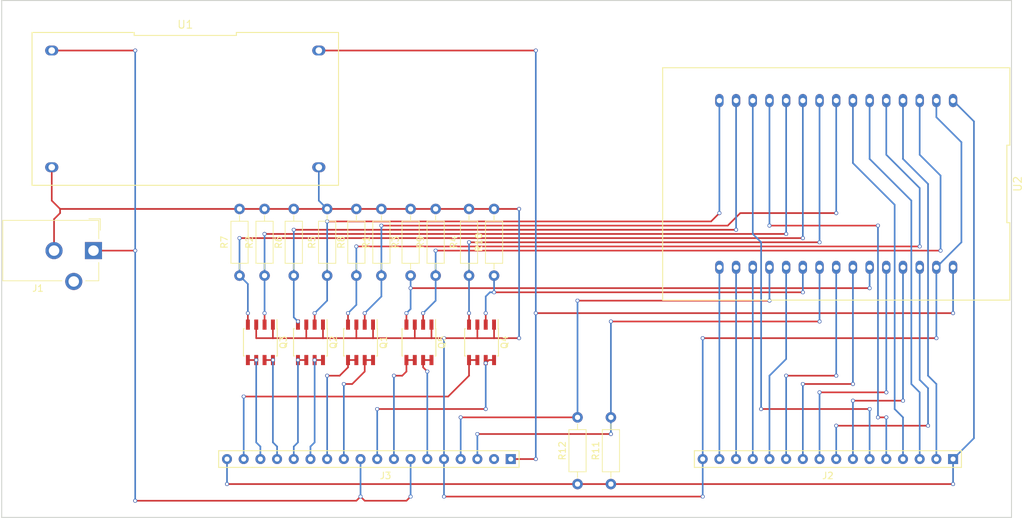
<source format=kicad_pcb>
(kicad_pcb (version 4) (host pcbnew 4.0.7)

  (general
    (links 93)
    (no_connects 0)
    (area 64.694999 25.324999 218.515001 104.215001)
    (thickness 1.6)
    (drawings 4)
    (tracks 332)
    (zones 0)
    (modules 22)
    (nets 43)
  )

  (page A4)
  (title_block
    (title PUCONMP575001A)
  )

  (layers
    (0 F.Cu signal)
    (31 B.Cu signal)
    (32 B.Adhes user)
    (33 F.Adhes user)
    (34 B.Paste user)
    (35 F.Paste user)
    (36 B.SilkS user)
    (37 F.SilkS user)
    (38 B.Mask user)
    (39 F.Mask user)
    (40 Dwgs.User user)
    (41 Cmts.User user)
    (42 Eco1.User user)
    (43 Eco2.User user)
    (44 Edge.Cuts user)
    (45 Margin user)
    (46 B.CrtYd user)
    (47 F.CrtYd user)
    (48 B.Fab user)
    (49 F.Fab user)
  )

  (setup
    (last_trace_width 0.25)
    (trace_clearance 0.2)
    (zone_clearance 0.508)
    (zone_45_only no)
    (trace_min 0.2)
    (segment_width 0.2)
    (edge_width 0.15)
    (via_size 0.6)
    (via_drill 0.4)
    (via_min_size 0.4)
    (via_min_drill 0.3)
    (uvia_size 0.3)
    (uvia_drill 0.1)
    (uvias_allowed no)
    (uvia_min_size 0.2)
    (uvia_min_drill 0.1)
    (pcb_text_width 0.3)
    (pcb_text_size 1.5 1.5)
    (mod_edge_width 0.15)
    (mod_text_size 1 1)
    (mod_text_width 0.15)
    (pad_size 1.524 1.524)
    (pad_drill 0.762)
    (pad_to_mask_clearance 0.2)
    (aux_axis_origin 0 0)
    (visible_elements FFFFFF7F)
    (pcbplotparams
      (layerselection 0x00030_80000001)
      (usegerberextensions false)
      (excludeedgelayer true)
      (linewidth 0.100000)
      (plotframeref false)
      (viasonmask false)
      (mode 1)
      (useauxorigin false)
      (hpglpennumber 1)
      (hpglpenspeed 20)
      (hpglpendiameter 15)
      (hpglpenoverlay 2)
      (psnegative false)
      (psa4output false)
      (plotreference true)
      (plotvalue true)
      (plotinvisibletext false)
      (padsonsilk false)
      (subtractmaskfromsilk false)
      (outputformat 1)
      (mirror false)
      (drillshape 1)
      (scaleselection 1)
      (outputdirectory ""))
  )

  (net 0 "")
  (net 1 +12V)
  (net 2 GNDD)
  (net 3 "Net-(J1-Pad3)")
  (net 4 /D13)
  (net 5 /D14)
  (net 6 /D12)
  (net 7 /D25)
  (net 8 /TX0)
  (net 9 /D26)
  (net 10 /RX0)
  (net 11 /D35)
  (net 12 /TX2)
  (net 13 /VN)
  (net 14 /RX2)
  (net 15 /VP)
  (net 16 /D2)
  (net 17 /EN)
  (net 18 +3V3)
  (net 19 /DRV_FEED)
  (net 20 /DRV_COLOR)
  (net 21 /DRV_MOTOR)
  (net 22 /DRV_M6)
  (net 23 /DRV_M5)
  (net 24 /SNS_ROT)
  (net 25 /DRV_M4)
  (net 26 /SNS_HOME)
  (net 27 /DRV_M3)
  (net 28 "Net-(J3-Pad2)")
  (net 29 /DRV_M2)
  (net 30 +5V)
  (net 31 /DRV_M1)
  (net 32 /DRV_M0)
  (net 33 /CTL_M5)
  (net 34 /CTL_M6)
  (net 35 /CTL_M3)
  (net 36 /CTL_M4)
  (net 37 /CTL_M1)
  (net 38 /CTL_M2)
  (net 39 /CTL_COLOR)
  (net 40 /CTL_M0)
  (net 41 /CTL_MOTOR)
  (net 42 /CTL_FEED)

  (net_class Default "This is the default net class."
    (clearance 0.2)
    (trace_width 0.25)
    (via_dia 0.6)
    (via_drill 0.4)
    (uvia_dia 0.3)
    (uvia_drill 0.1)
    (add_net /CTL_COLOR)
    (add_net /CTL_FEED)
    (add_net /CTL_M0)
    (add_net /CTL_M1)
    (add_net /CTL_M2)
    (add_net /CTL_M3)
    (add_net /CTL_M4)
    (add_net /CTL_M5)
    (add_net /CTL_M6)
    (add_net /CTL_MOTOR)
    (add_net /D12)
    (add_net /D13)
    (add_net /D14)
    (add_net /D2)
    (add_net /D25)
    (add_net /D26)
    (add_net /D35)
    (add_net /EN)
    (add_net /RX0)
    (add_net /RX2)
    (add_net /SNS_HOME)
    (add_net /SNS_ROT)
    (add_net /TX0)
    (add_net /TX2)
    (add_net /VN)
    (add_net /VP)
    (add_net GNDD)
    (add_net "Net-(J1-Pad3)")
    (add_net "Net-(J3-Pad2)")
  )

  (net_class Driver ""
    (clearance 0.5)
    (trace_width 2)
    (via_dia 0.8)
    (via_drill 0.4)
    (uvia_dia 0.3)
    (uvia_drill 0.1)
    (add_net /DRV_COLOR)
    (add_net /DRV_FEED)
    (add_net /DRV_M0)
    (add_net /DRV_M1)
    (add_net /DRV_M2)
    (add_net /DRV_M3)
    (add_net /DRV_M4)
    (add_net /DRV_M5)
    (add_net /DRV_M6)
    (add_net /DRV_MOTOR)
  )

  (net_class Power ""
    (clearance 0.5)
    (trace_width 2.54)
    (via_dia 0.8)
    (via_drill 0.5)
    (uvia_dia 0.3)
    (uvia_drill 0.1)
    (add_net +12V)
    (add_net +3V3)
    (add_net +5V)
  )

  (module Footprints:DOITESP32DEVKIT (layer F.Cu) (tedit 0) (tstamp 5AC1671D)
    (at 191.77 53.34 180)
    (path /5ABAB20E)
    (fp_text reference U2 (at -27.615 0 270) (layer F.SilkS)
      (effects (font (size 1.2 1.2) (thickness 0.15)))
    )
    (fp_text value DOITESP32DEVKIT (at 0 0 180) (layer F.Fab)
      (effects (font (size 1.2 1.2) (thickness 0.15)))
    )
    (fp_line (start -26.415 17.7) (end 26.415 17.7) (layer F.SilkS) (width 0.15))
    (fp_line (start 26.415 17.7) (end 26.415 -17.7) (layer F.SilkS) (width 0.15))
    (fp_line (start 26.415 -17.7) (end -26.415 -17.7) (layer F.SilkS) (width 0.15))
    (fp_line (start -26.415 -17.7) (end -26.415 -5.9) (layer F.SilkS) (width 0.15))
    (fp_line (start -26.415 -5.9) (end -25.965 -5.9) (layer F.SilkS) (width 0.15))
    (fp_line (start -25.965 -5.9) (end -25.965 5.899999) (layer F.SilkS) (width 0.15))
    (fp_line (start -25.965 5.899999) (end -26.415 5.899999) (layer F.SilkS) (width 0.15))
    (fp_line (start -26.415 5.899999) (end -26.415 17.7) (layer F.SilkS) (width 0.15))
    (pad 30 thru_hole oval (at -17.78 -12.7 180) (size 1.27 2) (drill 0.8) (layers *.Cu *.Mask)
      (net 30 +5V))
    (pad 1 thru_hole oval (at -17.78 12.7 180) (size 1.27 2) (drill 0.8) (layers *.Cu *.Mask)
      (net 18 +3V3))
    (pad 29 thru_hole oval (at -15.24 -12.7 180) (size 1.27 2) (drill 0.8) (layers *.Cu *.Mask)
      (net 2 GNDD))
    (pad 2 thru_hole oval (at -15.24 12.7 180) (size 1.27 2) (drill 0.8) (layers *.Cu *.Mask)
      (net 2 GNDD))
    (pad 28 thru_hole oval (at -12.7 -12.7 180) (size 1.27 2) (drill 0.8) (layers *.Cu *.Mask)
      (net 4 /D13))
    (pad 3 thru_hole oval (at -12.7 12.7 180) (size 1.27 2) (drill 0.8) (layers *.Cu *.Mask)
      (net 41 /CTL_MOTOR))
    (pad 27 thru_hole oval (at -10.16 -12.7 180) (size 1.27 2) (drill 0.8) (layers *.Cu *.Mask)
      (net 6 /D12))
    (pad 4 thru_hole oval (at -10.16 12.7 180) (size 1.27 2) (drill 0.8) (layers *.Cu *.Mask)
      (net 16 /D2))
    (pad 26 thru_hole oval (at -7.62 -12.7 180) (size 1.27 2) (drill 0.8) (layers *.Cu *.Mask)
      (net 5 /D14))
    (pad 5 thru_hole oval (at -7.62 12.7 180) (size 1.27 2) (drill 0.8) (layers *.Cu *.Mask)
      (net 33 /CTL_M5))
    (pad 25 thru_hole oval (at -5.08 -12.7 180) (size 1.27 2) (drill 0.8) (layers *.Cu *.Mask)
      (net 42 /CTL_FEED))
    (pad 6 thru_hole oval (at -5.08 12.7 180) (size 1.27 2) (drill 0.8) (layers *.Cu *.Mask)
      (net 14 /RX2))
    (pad 24 thru_hole oval (at -2.54 -12.7 180) (size 1.27 2) (drill 0.8) (layers *.Cu *.Mask)
      (net 7 /D25))
    (pad 7 thru_hole oval (at -2.54 12.7 180) (size 1.27 2) (drill 0.8) (layers *.Cu *.Mask)
      (net 12 /TX2))
    (pad 23 thru_hole oval (at 0 -12.7 180) (size 1.27 2) (drill 0.8) (layers *.Cu *.Mask)
      (net 9 /D26))
    (pad 8 thru_hole oval (at 0 12.7 180) (size 1.27 2) (drill 0.8) (layers *.Cu *.Mask)
      (net 34 /CTL_M6))
    (pad 22 thru_hole oval (at 2.54 -12.7 180) (size 1.27 2) (drill 0.8) (layers *.Cu *.Mask)
      (net 26 /SNS_HOME))
    (pad 9 thru_hole oval (at 2.54 12.7 180) (size 1.27 2) (drill 0.8) (layers *.Cu *.Mask)
      (net 40 /CTL_M0))
    (pad 21 thru_hole oval (at 5.08 -12.7 180) (size 1.27 2) (drill 0.8) (layers *.Cu *.Mask)
      (net 39 /CTL_COLOR))
    (pad 10 thru_hole oval (at 5.08 12.7 180) (size 1.27 2) (drill 0.8) (layers *.Cu *.Mask)
      (net 37 /CTL_M1))
    (pad 20 thru_hole oval (at 7.62 -12.7 180) (size 1.27 2) (drill 0.8) (layers *.Cu *.Mask)
      (net 11 /D35))
    (pad 11 thru_hole oval (at 7.62 12.7 180) (size 1.27 2) (drill 0.8) (layers *.Cu *.Mask)
      (net 38 /CTL_M2))
    (pad 19 thru_hole oval (at 10.16 -12.7 180) (size 1.27 2) (drill 0.8) (layers *.Cu *.Mask)
      (net 24 /SNS_ROT))
    (pad 12 thru_hole oval (at 10.16 12.7 180) (size 1.27 2) (drill 0.8) (layers *.Cu *.Mask)
      (net 10 /RX0))
    (pad 18 thru_hole oval (at 12.7 -12.7 180) (size 1.27 2) (drill 0.8) (layers *.Cu *.Mask)
      (net 13 /VN))
    (pad 13 thru_hole oval (at 12.7 12.7 180) (size 1.27 2) (drill 0.8) (layers *.Cu *.Mask)
      (net 8 /TX0))
    (pad 17 thru_hole oval (at 15.24 -12.7 180) (size 1.27 2) (drill 0.8) (layers *.Cu *.Mask)
      (net 15 /VP))
    (pad 14 thru_hole oval (at 15.24 12.7 180) (size 1.27 2) (drill 0.8) (layers *.Cu *.Mask)
      (net 35 /CTL_M3))
    (pad 16 thru_hole oval (at 17.78 -12.7 180) (size 1.27 2) (drill 0.8) (layers *.Cu *.Mask)
      (net 17 /EN))
    (pad 15 thru_hole oval (at 17.78 12.7 180) (size 1.27 2) (drill 0.8) (layers *.Cu *.Mask)
      (net 36 /CTL_M4))
  )

  (module Connectors:Barrel_Jack_CUI_PJ-102AH (layer F.Cu) (tedit 59BC552D) (tstamp 5AC16645)
    (at 78.74 63.5 270)
    (descr "Thin-pin DC Barrel Jack, https://cdn-shop.adafruit.com/datasheets/21mmdcjackDatasheet.pdf")
    (tags "Power Jack")
    (path /5ABED48F)
    (fp_text reference J1 (at 5.75 8.45 360) (layer F.SilkS)
      (effects (font (size 1 1) (thickness 0.15)))
    )
    (fp_text value Power_12V_DV (at -5.5 6.2 360) (layer F.Fab)
      (effects (font (size 1 1) (thickness 0.15)))
    )
    (fp_line (start 1.8 -1.8) (end 1.8 -1.2) (layer F.CrtYd) (width 0.05))
    (fp_line (start 1.8 -1.2) (end 5 -1.2) (layer F.CrtYd) (width 0.05))
    (fp_line (start 5 -1.2) (end 5 1.2) (layer F.CrtYd) (width 0.05))
    (fp_line (start 5 1.2) (end 6.5 1.2) (layer F.CrtYd) (width 0.05))
    (fp_line (start 6.5 1.2) (end 6.5 4.8) (layer F.CrtYd) (width 0.05))
    (fp_line (start 6.5 4.8) (end 5 4.8) (layer F.CrtYd) (width 0.05))
    (fp_line (start 5 4.8) (end 5 14.2) (layer F.CrtYd) (width 0.05))
    (fp_line (start 5 14.2) (end -5 14.2) (layer F.CrtYd) (width 0.05))
    (fp_line (start -5 14.2) (end -5 -1.2) (layer F.CrtYd) (width 0.05))
    (fp_line (start -5 -1.2) (end -1.8 -1.2) (layer F.CrtYd) (width 0.05))
    (fp_line (start -1.8 -1.2) (end -1.8 -1.8) (layer F.CrtYd) (width 0.05))
    (fp_line (start -1.8 -1.8) (end 1.8 -1.8) (layer F.CrtYd) (width 0.05))
    (fp_line (start 4.6 4.8) (end 4.6 13.8) (layer F.SilkS) (width 0.12))
    (fp_line (start 4.6 13.8) (end -4.6 13.8) (layer F.SilkS) (width 0.12))
    (fp_line (start -4.6 13.8) (end -4.6 -0.8) (layer F.SilkS) (width 0.12))
    (fp_line (start -4.6 -0.8) (end -1.8 -0.8) (layer F.SilkS) (width 0.12))
    (fp_line (start 1.8 -0.8) (end 4.6 -0.8) (layer F.SilkS) (width 0.12))
    (fp_line (start 4.6 -0.8) (end 4.6 1.2) (layer F.SilkS) (width 0.12))
    (fp_line (start -4.84 0.7) (end -4.84 -1.04) (layer F.SilkS) (width 0.12))
    (fp_line (start -4.84 -1.04) (end -3.1 -1.04) (layer F.SilkS) (width 0.12))
    (fp_line (start 4.5 -0.7) (end 4.5 13.7) (layer F.Fab) (width 0.1))
    (fp_line (start 4.5 13.7) (end -4.5 13.7) (layer F.Fab) (width 0.1))
    (fp_line (start -4.5 13.7) (end -4.5 0.3) (layer F.Fab) (width 0.1))
    (fp_line (start -4.5 0.3) (end -3.5 -0.7) (layer F.Fab) (width 0.1))
    (fp_line (start -3.5 -0.7) (end 4.5 -0.7) (layer F.Fab) (width 0.1))
    (fp_line (start -4.5 10.2) (end 4.5 10.2) (layer F.Fab) (width 0.1))
    (fp_text user %R (at 0 6.5 270) (layer F.Fab)
      (effects (font (size 1 1) (thickness 0.15)))
    )
    (pad 1 thru_hole rect (at 0 0 270) (size 2.6 2.6) (drill 1.6) (layers *.Cu *.Mask)
      (net 1 +12V))
    (pad 2 thru_hole circle (at 0 6 270) (size 2.6 2.6) (drill 1.6) (layers *.Cu *.Mask)
      (net 2 GNDD))
    (pad 3 thru_hole circle (at 4.7 3 270) (size 2.6 2.6) (drill 1.6) (layers *.Cu *.Mask)
      (net 3 "Net-(J1-Pad3)"))
    (model ${KISYS3DMOD}/Connectors.3dshapes/Barrel_Jack_CUI_PJ-102AH.wrl
      (at (xyz 0 0 0))
      (scale (xyz 1 1 1))
      (rotate (xyz 0 0 0))
    )
  )

  (module Footprints:PinHeader_0.6mmSquare_01x16_2.54mm (layer F.Cu) (tedit 5AC15977) (tstamp 5AC16659)
    (at 190.5 95.25 180)
    (path /5AC06D43)
    (fp_text reference J2 (at 0 -2.54 180) (layer F.SilkS)
      (effects (font (size 1 1) (thickness 0.15)))
    )
    (fp_text value Conn_01x16_Male (at 0 2.54 180) (layer F.Fab)
      (effects (font (size 1 1) (thickness 0.15)))
    )
    (fp_line (start -20.32 -1.27) (end -20.32 1.27) (layer F.SilkS) (width 0.15))
    (fp_line (start -20.32 1.27) (end 20.32 1.27) (layer F.SilkS) (width 0.15))
    (fp_line (start 20.32 1.27) (end 20.32 -1.27) (layer F.SilkS) (width 0.15))
    (fp_line (start 20.32 -1.27) (end -20.32 -1.27) (layer F.SilkS) (width 0.15))
    (pad 8 thru_hole circle (at -1.27 0 180) (size 1.524 1.524) (drill 0.762) (layers *.Cu *.Mask)
      (net 4 /D13))
    (pad 9 thru_hole circle (at 1.27 0 180) (size 1.524 1.524) (drill 0.762) (layers *.Cu *.Mask)
      (net 5 /D14))
    (pad 7 thru_hole circle (at -3.81 0 180) (size 1.524 1.524) (drill 0.762) (layers *.Cu *.Mask)
      (net 6 /D12))
    (pad 10 thru_hole circle (at 3.81 0 180) (size 1.524 1.524) (drill 0.762) (layers *.Cu *.Mask)
      (net 7 /D25))
    (pad 6 thru_hole circle (at -6.35 0 180) (size 1.524 1.524) (drill 0.762) (layers *.Cu *.Mask)
      (net 8 /TX0))
    (pad 11 thru_hole circle (at 6.35 0 180) (size 1.524 1.524) (drill 0.762) (layers *.Cu *.Mask)
      (net 9 /D26))
    (pad 5 thru_hole circle (at -8.89 0 180) (size 1.524 1.524) (drill 0.762) (layers *.Cu *.Mask)
      (net 10 /RX0))
    (pad 12 thru_hole circle (at 8.89 0 180) (size 1.524 1.524) (drill 0.762) (layers *.Cu *.Mask)
      (net 11 /D35))
    (pad 4 thru_hole circle (at -11.43 0 180) (size 1.524 1.524) (drill 0.762) (layers *.Cu *.Mask)
      (net 12 /TX2))
    (pad 13 thru_hole circle (at 11.43 0 180) (size 1.524 1.524) (drill 0.762) (layers *.Cu *.Mask)
      (net 13 /VN))
    (pad 3 thru_hole circle (at -13.97 0 180) (size 1.524 1.524) (drill 0.762) (layers *.Cu *.Mask)
      (net 14 /RX2))
    (pad 14 thru_hole circle (at 13.97 0 180) (size 1.524 1.524) (drill 0.762) (layers *.Cu *.Mask)
      (net 15 /VP))
    (pad 2 thru_hole circle (at -16.51 0 180) (size 1.524 1.524) (drill 0.762) (layers *.Cu *.Mask)
      (net 16 /D2))
    (pad 15 thru_hole circle (at 16.51 0 180) (size 1.524 1.524) (drill 0.762) (layers *.Cu *.Mask)
      (net 17 /EN))
    (pad 1 thru_hole rect (at -19.05 0 180) (size 1.524 1.524) (drill 0.762) (layers *.Cu *.Mask)
      (net 18 +3V3))
    (pad 16 thru_hole circle (at 19.05 0 180) (size 1.524 1.524) (drill 0.762) (layers *.Cu *.Mask)
      (net 2 GNDD))
  )

  (module Footprints:PinHeader_Female_0.6mmSquare_01x18_2.54mm (layer F.Cu) (tedit 5AC157CE) (tstamp 5AC1666F)
    (at 120.65 95.25 180)
    (path /5ABEC746)
    (fp_text reference J3 (at -2.54 -2.54 180) (layer F.SilkS)
      (effects (font (size 1 1) (thickness 0.15)))
    )
    (fp_text value Print_Mech_Citizen_MP575 (at -2.54 2.54 180) (layer F.Fab)
      (effects (font (size 1 1) (thickness 0.15)))
    )
    (fp_line (start 17.78 -1.27) (end 22.86 -1.27) (layer F.SilkS) (width 0.15))
    (fp_line (start 22.86 -1.27) (end 22.86 1.27) (layer F.SilkS) (width 0.15))
    (fp_line (start 22.86 1.27) (end 17.78 1.27) (layer F.SilkS) (width 0.15))
    (fp_line (start -22.86 -1.27) (end -22.86 1.27) (layer F.SilkS) (width 0.15))
    (fp_line (start -22.86 1.27) (end 17.78 1.27) (layer F.SilkS) (width 0.15))
    (fp_line (start 17.78 -1.27) (end -22.86 -1.27) (layer F.SilkS) (width 0.15))
    (pad 8 thru_hole circle (at -3.81 0 180) (size 1.524 1.524) (drill 0.762) (layers *.Cu *.Mask)
      (net 19 /DRV_FEED))
    (pad 9 thru_hole circle (at -1.27 0 180) (size 1.524 1.524) (drill 0.762) (layers *.Cu *.Mask)
      (net 20 /DRV_COLOR))
    (pad 7 thru_hole circle (at -6.35 0 180) (size 1.524 1.524) (drill 0.762) (layers *.Cu *.Mask)
      (net 1 +12V))
    (pad 10 thru_hole circle (at 1.27 0 180) (size 1.524 1.524) (drill 0.762) (layers *.Cu *.Mask)
      (net 1 +12V))
    (pad 6 thru_hole circle (at -8.89 0 180) (size 1.524 1.524) (drill 0.762) (layers *.Cu *.Mask)
      (net 21 /DRV_MOTOR))
    (pad 11 thru_hole circle (at 3.81 0 180) (size 1.524 1.524) (drill 0.762) (layers *.Cu *.Mask)
      (net 22 /DRV_M6))
    (pad 5 thru_hole circle (at -11.43 0 180) (size 1.524 1.524) (drill 0.762) (layers *.Cu *.Mask)
      (net 2 GNDD))
    (pad 12 thru_hole circle (at 6.35 0 180) (size 1.524 1.524) (drill 0.762) (layers *.Cu *.Mask)
      (net 23 /DRV_M5))
    (pad 4 thru_hole circle (at -13.97 0 180) (size 1.524 1.524) (drill 0.762) (layers *.Cu *.Mask)
      (net 24 /SNS_ROT))
    (pad 13 thru_hole circle (at 8.89 0 180) (size 1.524 1.524) (drill 0.762) (layers *.Cu *.Mask)
      (net 25 /DRV_M4))
    (pad 3 thru_hole circle (at -16.51 0 180) (size 1.524 1.524) (drill 0.762) (layers *.Cu *.Mask)
      (net 26 /SNS_HOME))
    (pad 14 thru_hole circle (at 11.43 0 180) (size 1.524 1.524) (drill 0.762) (layers *.Cu *.Mask)
      (net 27 /DRV_M3))
    (pad 2 thru_hole circle (at -19.05 0 180) (size 1.524 1.524) (drill 0.762) (layers *.Cu *.Mask)
      (net 28 "Net-(J3-Pad2)"))
    (pad 15 thru_hole circle (at 13.97 0 180) (size 1.524 1.524) (drill 0.762) (layers *.Cu *.Mask)
      (net 29 /DRV_M2))
    (pad 1 thru_hole rect (at -21.59 0 180) (size 1.524 1.524) (drill 0.762) (layers *.Cu *.Mask)
      (net 30 +5V))
    (pad 16 thru_hole circle (at 16.51 0 180) (size 1.524 1.524) (drill 0.762) (layers *.Cu *.Mask)
      (net 31 /DRV_M1))
    (pad 17 thru_hole circle (at 19.05 0 180) (size 1.524 1.524) (drill 0.762) (layers *.Cu *.Mask)
      (net 32 /DRV_M0))
    (pad 18 thru_hole circle (at 21.59 0 180) (size 1.524 1.524) (drill 0.762) (layers *.Cu *.Mask)
      (net 18 +3V3))
  )

  (module Housings_SOIC:SOIC-8_3.9x4.9mm_Pitch1.27mm (layer F.Cu) (tedit 58CD0CDA) (tstamp 5AC1667B)
    (at 119.38 77.47 270)
    (descr "8-Lead Plastic Small Outline (SN) - Narrow, 3.90 mm Body [SOIC] (see Microchip Packaging Specification 00000049BS.pdf)")
    (tags "SOIC 1.27")
    (path /5ABEB79B)
    (attr smd)
    (fp_text reference Q1 (at 0 -3.5 270) (layer F.SilkS)
      (effects (font (size 1 1) (thickness 0.15)))
    )
    (fp_text value IRF7301PbF (at 0 3.5 270) (layer F.Fab)
      (effects (font (size 1 1) (thickness 0.15)))
    )
    (fp_text user %R (at 0 0 270) (layer F.Fab)
      (effects (font (size 1 1) (thickness 0.15)))
    )
    (fp_line (start -0.95 -2.45) (end 1.95 -2.45) (layer F.Fab) (width 0.1))
    (fp_line (start 1.95 -2.45) (end 1.95 2.45) (layer F.Fab) (width 0.1))
    (fp_line (start 1.95 2.45) (end -1.95 2.45) (layer F.Fab) (width 0.1))
    (fp_line (start -1.95 2.45) (end -1.95 -1.45) (layer F.Fab) (width 0.1))
    (fp_line (start -1.95 -1.45) (end -0.95 -2.45) (layer F.Fab) (width 0.1))
    (fp_line (start -3.73 -2.7) (end -3.73 2.7) (layer F.CrtYd) (width 0.05))
    (fp_line (start 3.73 -2.7) (end 3.73 2.7) (layer F.CrtYd) (width 0.05))
    (fp_line (start -3.73 -2.7) (end 3.73 -2.7) (layer F.CrtYd) (width 0.05))
    (fp_line (start -3.73 2.7) (end 3.73 2.7) (layer F.CrtYd) (width 0.05))
    (fp_line (start -2.075 -2.575) (end -2.075 -2.525) (layer F.SilkS) (width 0.15))
    (fp_line (start 2.075 -2.575) (end 2.075 -2.43) (layer F.SilkS) (width 0.15))
    (fp_line (start 2.075 2.575) (end 2.075 2.43) (layer F.SilkS) (width 0.15))
    (fp_line (start -2.075 2.575) (end -2.075 2.43) (layer F.SilkS) (width 0.15))
    (fp_line (start -2.075 -2.575) (end 2.075 -2.575) (layer F.SilkS) (width 0.15))
    (fp_line (start -2.075 2.575) (end 2.075 2.575) (layer F.SilkS) (width 0.15))
    (fp_line (start -2.075 -2.525) (end -3.475 -2.525) (layer F.SilkS) (width 0.15))
    (pad 1 smd rect (at -2.7 -1.905 270) (size 1.55 0.6) (layers F.Cu F.Paste F.Mask)
      (net 2 GNDD))
    (pad 2 smd rect (at -2.7 -0.635 270) (size 1.55 0.6) (layers F.Cu F.Paste F.Mask)
      (net 34 /CTL_M6))
    (pad 3 smd rect (at -2.7 0.635 270) (size 1.55 0.6) (layers F.Cu F.Paste F.Mask)
      (net 2 GNDD))
    (pad 4 smd rect (at -2.7 1.905 270) (size 1.55 0.6) (layers F.Cu F.Paste F.Mask)
      (net 33 /CTL_M5))
    (pad 5 smd rect (at 2.7 1.905 270) (size 1.55 0.6) (layers F.Cu F.Paste F.Mask)
      (net 23 /DRV_M5))
    (pad 6 smd rect (at 2.7 0.635 270) (size 1.55 0.6) (layers F.Cu F.Paste F.Mask)
      (net 23 /DRV_M5))
    (pad 7 smd rect (at 2.7 -0.635 270) (size 1.55 0.6) (layers F.Cu F.Paste F.Mask)
      (net 22 /DRV_M6))
    (pad 8 smd rect (at 2.7 -1.905 270) (size 1.55 0.6) (layers F.Cu F.Paste F.Mask)
      (net 22 /DRV_M6))
    (model ${KISYS3DMOD}/Housings_SOIC.3dshapes/SOIC-8_3.9x4.9mm_Pitch1.27mm.wrl
      (at (xyz 0 0 0))
      (scale (xyz 1 1 1))
      (rotate (xyz 0 0 0))
    )
  )

  (module Housings_SOIC:SOIC-8_3.9x4.9mm_Pitch1.27mm (layer F.Cu) (tedit 58CD0CDA) (tstamp 5AC16687)
    (at 111.76 77.47 270)
    (descr "8-Lead Plastic Small Outline (SN) - Narrow, 3.90 mm Body [SOIC] (see Microchip Packaging Specification 00000049BS.pdf)")
    (tags "SOIC 1.27")
    (path /5ABEB571)
    (attr smd)
    (fp_text reference Q2 (at 0 -3.5 270) (layer F.SilkS)
      (effects (font (size 1 1) (thickness 0.15)))
    )
    (fp_text value IRF7301PbF (at 0 3.5 270) (layer F.Fab)
      (effects (font (size 1 1) (thickness 0.15)))
    )
    (fp_text user %R (at 0 0 270) (layer F.Fab)
      (effects (font (size 1 1) (thickness 0.15)))
    )
    (fp_line (start -0.95 -2.45) (end 1.95 -2.45) (layer F.Fab) (width 0.1))
    (fp_line (start 1.95 -2.45) (end 1.95 2.45) (layer F.Fab) (width 0.1))
    (fp_line (start 1.95 2.45) (end -1.95 2.45) (layer F.Fab) (width 0.1))
    (fp_line (start -1.95 2.45) (end -1.95 -1.45) (layer F.Fab) (width 0.1))
    (fp_line (start -1.95 -1.45) (end -0.95 -2.45) (layer F.Fab) (width 0.1))
    (fp_line (start -3.73 -2.7) (end -3.73 2.7) (layer F.CrtYd) (width 0.05))
    (fp_line (start 3.73 -2.7) (end 3.73 2.7) (layer F.CrtYd) (width 0.05))
    (fp_line (start -3.73 -2.7) (end 3.73 -2.7) (layer F.CrtYd) (width 0.05))
    (fp_line (start -3.73 2.7) (end 3.73 2.7) (layer F.CrtYd) (width 0.05))
    (fp_line (start -2.075 -2.575) (end -2.075 -2.525) (layer F.SilkS) (width 0.15))
    (fp_line (start 2.075 -2.575) (end 2.075 -2.43) (layer F.SilkS) (width 0.15))
    (fp_line (start 2.075 2.575) (end 2.075 2.43) (layer F.SilkS) (width 0.15))
    (fp_line (start -2.075 2.575) (end -2.075 2.43) (layer F.SilkS) (width 0.15))
    (fp_line (start -2.075 -2.575) (end 2.075 -2.575) (layer F.SilkS) (width 0.15))
    (fp_line (start -2.075 2.575) (end 2.075 2.575) (layer F.SilkS) (width 0.15))
    (fp_line (start -2.075 -2.525) (end -3.475 -2.525) (layer F.SilkS) (width 0.15))
    (pad 1 smd rect (at -2.7 -1.905 270) (size 1.55 0.6) (layers F.Cu F.Paste F.Mask)
      (net 2 GNDD))
    (pad 2 smd rect (at -2.7 -0.635 270) (size 1.55 0.6) (layers F.Cu F.Paste F.Mask)
      (net 36 /CTL_M4))
    (pad 3 smd rect (at -2.7 0.635 270) (size 1.55 0.6) (layers F.Cu F.Paste F.Mask)
      (net 2 GNDD))
    (pad 4 smd rect (at -2.7 1.905 270) (size 1.55 0.6) (layers F.Cu F.Paste F.Mask)
      (net 35 /CTL_M3))
    (pad 5 smd rect (at 2.7 1.905 270) (size 1.55 0.6) (layers F.Cu F.Paste F.Mask)
      (net 27 /DRV_M3))
    (pad 6 smd rect (at 2.7 0.635 270) (size 1.55 0.6) (layers F.Cu F.Paste F.Mask)
      (net 27 /DRV_M3))
    (pad 7 smd rect (at 2.7 -0.635 270) (size 1.55 0.6) (layers F.Cu F.Paste F.Mask)
      (net 25 /DRV_M4))
    (pad 8 smd rect (at 2.7 -1.905 270) (size 1.55 0.6) (layers F.Cu F.Paste F.Mask)
      (net 25 /DRV_M4))
    (model ${KISYS3DMOD}/Housings_SOIC.3dshapes/SOIC-8_3.9x4.9mm_Pitch1.27mm.wrl
      (at (xyz 0 0 0))
      (scale (xyz 1 1 1))
      (rotate (xyz 0 0 0))
    )
  )

  (module Housings_SOIC:SOIC-8_3.9x4.9mm_Pitch1.27mm (layer F.Cu) (tedit 58CD0CDA) (tstamp 5AC16693)
    (at 104.14 77.47 270)
    (descr "8-Lead Plastic Small Outline (SN) - Narrow, 3.90 mm Body [SOIC] (see Microchip Packaging Specification 00000049BS.pdf)")
    (tags "SOIC 1.27")
    (path /5ABEB6CA)
    (attr smd)
    (fp_text reference Q3 (at 0 -3.5 270) (layer F.SilkS)
      (effects (font (size 1 1) (thickness 0.15)))
    )
    (fp_text value IRF7301PbF (at 0 3.5 270) (layer F.Fab)
      (effects (font (size 1 1) (thickness 0.15)))
    )
    (fp_text user %R (at 0 0 270) (layer F.Fab)
      (effects (font (size 1 1) (thickness 0.15)))
    )
    (fp_line (start -0.95 -2.45) (end 1.95 -2.45) (layer F.Fab) (width 0.1))
    (fp_line (start 1.95 -2.45) (end 1.95 2.45) (layer F.Fab) (width 0.1))
    (fp_line (start 1.95 2.45) (end -1.95 2.45) (layer F.Fab) (width 0.1))
    (fp_line (start -1.95 2.45) (end -1.95 -1.45) (layer F.Fab) (width 0.1))
    (fp_line (start -1.95 -1.45) (end -0.95 -2.45) (layer F.Fab) (width 0.1))
    (fp_line (start -3.73 -2.7) (end -3.73 2.7) (layer F.CrtYd) (width 0.05))
    (fp_line (start 3.73 -2.7) (end 3.73 2.7) (layer F.CrtYd) (width 0.05))
    (fp_line (start -3.73 -2.7) (end 3.73 -2.7) (layer F.CrtYd) (width 0.05))
    (fp_line (start -3.73 2.7) (end 3.73 2.7) (layer F.CrtYd) (width 0.05))
    (fp_line (start -2.075 -2.575) (end -2.075 -2.525) (layer F.SilkS) (width 0.15))
    (fp_line (start 2.075 -2.575) (end 2.075 -2.43) (layer F.SilkS) (width 0.15))
    (fp_line (start 2.075 2.575) (end 2.075 2.43) (layer F.SilkS) (width 0.15))
    (fp_line (start -2.075 2.575) (end -2.075 2.43) (layer F.SilkS) (width 0.15))
    (fp_line (start -2.075 -2.575) (end 2.075 -2.575) (layer F.SilkS) (width 0.15))
    (fp_line (start -2.075 2.575) (end 2.075 2.575) (layer F.SilkS) (width 0.15))
    (fp_line (start -2.075 -2.525) (end -3.475 -2.525) (layer F.SilkS) (width 0.15))
    (pad 1 smd rect (at -2.7 -1.905 270) (size 1.55 0.6) (layers F.Cu F.Paste F.Mask)
      (net 2 GNDD))
    (pad 2 smd rect (at -2.7 -0.635 270) (size 1.55 0.6) (layers F.Cu F.Paste F.Mask)
      (net 38 /CTL_M2))
    (pad 3 smd rect (at -2.7 0.635 270) (size 1.55 0.6) (layers F.Cu F.Paste F.Mask)
      (net 2 GNDD))
    (pad 4 smd rect (at -2.7 1.905 270) (size 1.55 0.6) (layers F.Cu F.Paste F.Mask)
      (net 37 /CTL_M1))
    (pad 5 smd rect (at 2.7 1.905 270) (size 1.55 0.6) (layers F.Cu F.Paste F.Mask)
      (net 31 /DRV_M1))
    (pad 6 smd rect (at 2.7 0.635 270) (size 1.55 0.6) (layers F.Cu F.Paste F.Mask)
      (net 31 /DRV_M1))
    (pad 7 smd rect (at 2.7 -0.635 270) (size 1.55 0.6) (layers F.Cu F.Paste F.Mask)
      (net 29 /DRV_M2))
    (pad 8 smd rect (at 2.7 -1.905 270) (size 1.55 0.6) (layers F.Cu F.Paste F.Mask)
      (net 29 /DRV_M2))
    (model ${KISYS3DMOD}/Housings_SOIC.3dshapes/SOIC-8_3.9x4.9mm_Pitch1.27mm.wrl
      (at (xyz 0 0 0))
      (scale (xyz 1 1 1))
      (rotate (xyz 0 0 0))
    )
  )

  (module Housings_SOIC:SOIC-8_3.9x4.9mm_Pitch1.27mm (layer F.Cu) (tedit 58CD0CDA) (tstamp 5AC1669F)
    (at 137.795 77.47 270)
    (descr "8-Lead Plastic Small Outline (SN) - Narrow, 3.90 mm Body [SOIC] (see Microchip Packaging Specification 00000049BS.pdf)")
    (tags "SOIC 1.27")
    (path /5ABEB4B8)
    (attr smd)
    (fp_text reference Q4 (at 0 -3.5 270) (layer F.SilkS)
      (effects (font (size 1 1) (thickness 0.15)))
    )
    (fp_text value IRF7301PbF (at 0 3.5 270) (layer F.Fab)
      (effects (font (size 1 1) (thickness 0.15)))
    )
    (fp_text user %R (at 0 0 270) (layer F.Fab)
      (effects (font (size 1 1) (thickness 0.15)))
    )
    (fp_line (start -0.95 -2.45) (end 1.95 -2.45) (layer F.Fab) (width 0.1))
    (fp_line (start 1.95 -2.45) (end 1.95 2.45) (layer F.Fab) (width 0.1))
    (fp_line (start 1.95 2.45) (end -1.95 2.45) (layer F.Fab) (width 0.1))
    (fp_line (start -1.95 2.45) (end -1.95 -1.45) (layer F.Fab) (width 0.1))
    (fp_line (start -1.95 -1.45) (end -0.95 -2.45) (layer F.Fab) (width 0.1))
    (fp_line (start -3.73 -2.7) (end -3.73 2.7) (layer F.CrtYd) (width 0.05))
    (fp_line (start 3.73 -2.7) (end 3.73 2.7) (layer F.CrtYd) (width 0.05))
    (fp_line (start -3.73 -2.7) (end 3.73 -2.7) (layer F.CrtYd) (width 0.05))
    (fp_line (start -3.73 2.7) (end 3.73 2.7) (layer F.CrtYd) (width 0.05))
    (fp_line (start -2.075 -2.575) (end -2.075 -2.525) (layer F.SilkS) (width 0.15))
    (fp_line (start 2.075 -2.575) (end 2.075 -2.43) (layer F.SilkS) (width 0.15))
    (fp_line (start 2.075 2.575) (end 2.075 2.43) (layer F.SilkS) (width 0.15))
    (fp_line (start -2.075 2.575) (end -2.075 2.43) (layer F.SilkS) (width 0.15))
    (fp_line (start -2.075 -2.575) (end 2.075 -2.575) (layer F.SilkS) (width 0.15))
    (fp_line (start -2.075 2.575) (end 2.075 2.575) (layer F.SilkS) (width 0.15))
    (fp_line (start -2.075 -2.525) (end -3.475 -2.525) (layer F.SilkS) (width 0.15))
    (pad 1 smd rect (at -2.7 -1.905 270) (size 1.55 0.6) (layers F.Cu F.Paste F.Mask)
      (net 2 GNDD))
    (pad 2 smd rect (at -2.7 -0.635 270) (size 1.55 0.6) (layers F.Cu F.Paste F.Mask)
      (net 39 /CTL_COLOR))
    (pad 3 smd rect (at -2.7 0.635 270) (size 1.55 0.6) (layers F.Cu F.Paste F.Mask)
      (net 2 GNDD))
    (pad 4 smd rect (at -2.7 1.905 270) (size 1.55 0.6) (layers F.Cu F.Paste F.Mask)
      (net 40 /CTL_M0))
    (pad 5 smd rect (at 2.7 1.905 270) (size 1.55 0.6) (layers F.Cu F.Paste F.Mask)
      (net 32 /DRV_M0))
    (pad 6 smd rect (at 2.7 0.635 270) (size 1.55 0.6) (layers F.Cu F.Paste F.Mask)
      (net 32 /DRV_M0))
    (pad 7 smd rect (at 2.7 -0.635 270) (size 1.55 0.6) (layers F.Cu F.Paste F.Mask)
      (net 20 /DRV_COLOR))
    (pad 8 smd rect (at 2.7 -1.905 270) (size 1.55 0.6) (layers F.Cu F.Paste F.Mask)
      (net 20 /DRV_COLOR))
    (model ${KISYS3DMOD}/Housings_SOIC.3dshapes/SOIC-8_3.9x4.9mm_Pitch1.27mm.wrl
      (at (xyz 0 0 0))
      (scale (xyz 1 1 1))
      (rotate (xyz 0 0 0))
    )
  )

  (module Housings_SOIC:SOIC-8_3.9x4.9mm_Pitch1.27mm (layer F.Cu) (tedit 58CD0CDA) (tstamp 5AC166AB)
    (at 128.27 77.47 270)
    (descr "8-Lead Plastic Small Outline (SN) - Narrow, 3.90 mm Body [SOIC] (see Microchip Packaging Specification 00000049BS.pdf)")
    (tags "SOIC 1.27")
    (path /5ABD6519)
    (attr smd)
    (fp_text reference Q5 (at 0 -3.5 270) (layer F.SilkS)
      (effects (font (size 1 1) (thickness 0.15)))
    )
    (fp_text value IRF7301PbF (at 0 3.5 270) (layer F.Fab)
      (effects (font (size 1 1) (thickness 0.15)))
    )
    (fp_text user %R (at 0 0 270) (layer F.Fab)
      (effects (font (size 1 1) (thickness 0.15)))
    )
    (fp_line (start -0.95 -2.45) (end 1.95 -2.45) (layer F.Fab) (width 0.1))
    (fp_line (start 1.95 -2.45) (end 1.95 2.45) (layer F.Fab) (width 0.1))
    (fp_line (start 1.95 2.45) (end -1.95 2.45) (layer F.Fab) (width 0.1))
    (fp_line (start -1.95 2.45) (end -1.95 -1.45) (layer F.Fab) (width 0.1))
    (fp_line (start -1.95 -1.45) (end -0.95 -2.45) (layer F.Fab) (width 0.1))
    (fp_line (start -3.73 -2.7) (end -3.73 2.7) (layer F.CrtYd) (width 0.05))
    (fp_line (start 3.73 -2.7) (end 3.73 2.7) (layer F.CrtYd) (width 0.05))
    (fp_line (start -3.73 -2.7) (end 3.73 -2.7) (layer F.CrtYd) (width 0.05))
    (fp_line (start -3.73 2.7) (end 3.73 2.7) (layer F.CrtYd) (width 0.05))
    (fp_line (start -2.075 -2.575) (end -2.075 -2.525) (layer F.SilkS) (width 0.15))
    (fp_line (start 2.075 -2.575) (end 2.075 -2.43) (layer F.SilkS) (width 0.15))
    (fp_line (start 2.075 2.575) (end 2.075 2.43) (layer F.SilkS) (width 0.15))
    (fp_line (start -2.075 2.575) (end -2.075 2.43) (layer F.SilkS) (width 0.15))
    (fp_line (start -2.075 -2.575) (end 2.075 -2.575) (layer F.SilkS) (width 0.15))
    (fp_line (start -2.075 2.575) (end 2.075 2.575) (layer F.SilkS) (width 0.15))
    (fp_line (start -2.075 -2.525) (end -3.475 -2.525) (layer F.SilkS) (width 0.15))
    (pad 1 smd rect (at -2.7 -1.905 270) (size 1.55 0.6) (layers F.Cu F.Paste F.Mask)
      (net 2 GNDD))
    (pad 2 smd rect (at -2.7 -0.635 270) (size 1.55 0.6) (layers F.Cu F.Paste F.Mask)
      (net 41 /CTL_MOTOR))
    (pad 3 smd rect (at -2.7 0.635 270) (size 1.55 0.6) (layers F.Cu F.Paste F.Mask)
      (net 2 GNDD))
    (pad 4 smd rect (at -2.7 1.905 270) (size 1.55 0.6) (layers F.Cu F.Paste F.Mask)
      (net 42 /CTL_FEED))
    (pad 5 smd rect (at 2.7 1.905 270) (size 1.55 0.6) (layers F.Cu F.Paste F.Mask)
      (net 19 /DRV_FEED))
    (pad 6 smd rect (at 2.7 0.635 270) (size 1.55 0.6) (layers F.Cu F.Paste F.Mask)
      (net 19 /DRV_FEED))
    (pad 7 smd rect (at 2.7 -0.635 270) (size 1.55 0.6) (layers F.Cu F.Paste F.Mask)
      (net 21 /DRV_MOTOR))
    (pad 8 smd rect (at 2.7 -1.905 270) (size 1.55 0.6) (layers F.Cu F.Paste F.Mask)
      (net 21 /DRV_MOTOR))
    (model ${KISYS3DMOD}/Housings_SOIC.3dshapes/SOIC-8_3.9x4.9mm_Pitch1.27mm.wrl
      (at (xyz 0 0 0))
      (scale (xyz 1 1 1))
      (rotate (xyz 0 0 0))
    )
  )

  (module Resistors_THT:R_Axial_DIN0207_L6.3mm_D2.5mm_P10.16mm_Horizontal (layer F.Cu) (tedit 5874F706) (tstamp 5AC166B1)
    (at 122.555 67.31 90)
    (descr "Resistor, Axial_DIN0207 series, Axial, Horizontal, pin pitch=10.16mm, 0.25W = 1/4W, length*diameter=6.3*2.5mm^2, http://cdn-reichelt.de/documents/datenblatt/B400/1_4W%23YAG.pdf")
    (tags "Resistor Axial_DIN0207 series Axial Horizontal pin pitch 10.16mm 0.25W = 1/4W length 6.3mm diameter 2.5mm")
    (path /5AC04FE4)
    (fp_text reference R1 (at 5.08 -2.31 90) (layer F.SilkS)
      (effects (font (size 1 1) (thickness 0.15)))
    )
    (fp_text value 10k (at 5.08 2.31 90) (layer F.Fab)
      (effects (font (size 1 1) (thickness 0.15)))
    )
    (fp_line (start 1.93 -1.25) (end 1.93 1.25) (layer F.Fab) (width 0.1))
    (fp_line (start 1.93 1.25) (end 8.23 1.25) (layer F.Fab) (width 0.1))
    (fp_line (start 8.23 1.25) (end 8.23 -1.25) (layer F.Fab) (width 0.1))
    (fp_line (start 8.23 -1.25) (end 1.93 -1.25) (layer F.Fab) (width 0.1))
    (fp_line (start 0 0) (end 1.93 0) (layer F.Fab) (width 0.1))
    (fp_line (start 10.16 0) (end 8.23 0) (layer F.Fab) (width 0.1))
    (fp_line (start 1.87 -1.31) (end 1.87 1.31) (layer F.SilkS) (width 0.12))
    (fp_line (start 1.87 1.31) (end 8.29 1.31) (layer F.SilkS) (width 0.12))
    (fp_line (start 8.29 1.31) (end 8.29 -1.31) (layer F.SilkS) (width 0.12))
    (fp_line (start 8.29 -1.31) (end 1.87 -1.31) (layer F.SilkS) (width 0.12))
    (fp_line (start 0.98 0) (end 1.87 0) (layer F.SilkS) (width 0.12))
    (fp_line (start 9.18 0) (end 8.29 0) (layer F.SilkS) (width 0.12))
    (fp_line (start -1.05 -1.6) (end -1.05 1.6) (layer F.CrtYd) (width 0.05))
    (fp_line (start -1.05 1.6) (end 11.25 1.6) (layer F.CrtYd) (width 0.05))
    (fp_line (start 11.25 1.6) (end 11.25 -1.6) (layer F.CrtYd) (width 0.05))
    (fp_line (start 11.25 -1.6) (end -1.05 -1.6) (layer F.CrtYd) (width 0.05))
    (pad 1 thru_hole circle (at 0 0 90) (size 1.6 1.6) (drill 0.8) (layers *.Cu *.Mask)
      (net 34 /CTL_M6))
    (pad 2 thru_hole oval (at 10.16 0 90) (size 1.6 1.6) (drill 0.8) (layers *.Cu *.Mask)
      (net 2 GNDD))
    (model ${KISYS3DMOD}/Resistors_THT.3dshapes/R_Axial_DIN0207_L6.3mm_D2.5mm_P10.16mm_Horizontal.wrl
      (at (xyz 0 0 0))
      (scale (xyz 0.393701 0.393701 0.393701))
      (rotate (xyz 0 0 0))
    )
  )

  (module Resistors_THT:R_Axial_DIN0207_L6.3mm_D2.5mm_P10.16mm_Horizontal (layer F.Cu) (tedit 5874F706) (tstamp 5AC166B7)
    (at 104.775 67.31 90)
    (descr "Resistor, Axial_DIN0207 series, Axial, Horizontal, pin pitch=10.16mm, 0.25W = 1/4W, length*diameter=6.3*2.5mm^2, http://cdn-reichelt.de/documents/datenblatt/B400/1_4W%23YAG.pdf")
    (tags "Resistor Axial_DIN0207 series Axial Horizontal pin pitch 10.16mm 0.25W = 1/4W length 6.3mm diameter 2.5mm")
    (path /5AC035EB)
    (fp_text reference R2 (at 5.08 -2.31 90) (layer F.SilkS)
      (effects (font (size 1 1) (thickness 0.15)))
    )
    (fp_text value 10k (at 5.08 2.31 90) (layer F.Fab)
      (effects (font (size 1 1) (thickness 0.15)))
    )
    (fp_line (start 1.93 -1.25) (end 1.93 1.25) (layer F.Fab) (width 0.1))
    (fp_line (start 1.93 1.25) (end 8.23 1.25) (layer F.Fab) (width 0.1))
    (fp_line (start 8.23 1.25) (end 8.23 -1.25) (layer F.Fab) (width 0.1))
    (fp_line (start 8.23 -1.25) (end 1.93 -1.25) (layer F.Fab) (width 0.1))
    (fp_line (start 0 0) (end 1.93 0) (layer F.Fab) (width 0.1))
    (fp_line (start 10.16 0) (end 8.23 0) (layer F.Fab) (width 0.1))
    (fp_line (start 1.87 -1.31) (end 1.87 1.31) (layer F.SilkS) (width 0.12))
    (fp_line (start 1.87 1.31) (end 8.29 1.31) (layer F.SilkS) (width 0.12))
    (fp_line (start 8.29 1.31) (end 8.29 -1.31) (layer F.SilkS) (width 0.12))
    (fp_line (start 8.29 -1.31) (end 1.87 -1.31) (layer F.SilkS) (width 0.12))
    (fp_line (start 0.98 0) (end 1.87 0) (layer F.SilkS) (width 0.12))
    (fp_line (start 9.18 0) (end 8.29 0) (layer F.SilkS) (width 0.12))
    (fp_line (start -1.05 -1.6) (end -1.05 1.6) (layer F.CrtYd) (width 0.05))
    (fp_line (start -1.05 1.6) (end 11.25 1.6) (layer F.CrtYd) (width 0.05))
    (fp_line (start 11.25 1.6) (end 11.25 -1.6) (layer F.CrtYd) (width 0.05))
    (fp_line (start 11.25 -1.6) (end -1.05 -1.6) (layer F.CrtYd) (width 0.05))
    (pad 1 thru_hole circle (at 0 0 90) (size 1.6 1.6) (drill 0.8) (layers *.Cu *.Mask)
      (net 38 /CTL_M2))
    (pad 2 thru_hole oval (at 10.16 0 90) (size 1.6 1.6) (drill 0.8) (layers *.Cu *.Mask)
      (net 2 GNDD))
    (model ${KISYS3DMOD}/Resistors_THT.3dshapes/R_Axial_DIN0207_L6.3mm_D2.5mm_P10.16mm_Horizontal.wrl
      (at (xyz 0 0 0))
      (scale (xyz 0.393701 0.393701 0.393701))
      (rotate (xyz 0 0 0))
    )
  )

  (module Resistors_THT:R_Axial_DIN0207_L6.3mm_D2.5mm_P10.16mm_Horizontal (layer F.Cu) (tedit 5874F706) (tstamp 5AC166BD)
    (at 127 67.31 90)
    (descr "Resistor, Axial_DIN0207 series, Axial, Horizontal, pin pitch=10.16mm, 0.25W = 1/4W, length*diameter=6.3*2.5mm^2, http://cdn-reichelt.de/documents/datenblatt/B400/1_4W%23YAG.pdf")
    (tags "Resistor Axial_DIN0207 series Axial Horizontal pin pitch 10.16mm 0.25W = 1/4W length 6.3mm diameter 2.5mm")
    (path /5AC012CD)
    (fp_text reference R3 (at 5.08 -2.31 90) (layer F.SilkS)
      (effects (font (size 1 1) (thickness 0.15)))
    )
    (fp_text value 10k (at 5.08 2.31 90) (layer F.Fab)
      (effects (font (size 1 1) (thickness 0.15)))
    )
    (fp_line (start 1.93 -1.25) (end 1.93 1.25) (layer F.Fab) (width 0.1))
    (fp_line (start 1.93 1.25) (end 8.23 1.25) (layer F.Fab) (width 0.1))
    (fp_line (start 8.23 1.25) (end 8.23 -1.25) (layer F.Fab) (width 0.1))
    (fp_line (start 8.23 -1.25) (end 1.93 -1.25) (layer F.Fab) (width 0.1))
    (fp_line (start 0 0) (end 1.93 0) (layer F.Fab) (width 0.1))
    (fp_line (start 10.16 0) (end 8.23 0) (layer F.Fab) (width 0.1))
    (fp_line (start 1.87 -1.31) (end 1.87 1.31) (layer F.SilkS) (width 0.12))
    (fp_line (start 1.87 1.31) (end 8.29 1.31) (layer F.SilkS) (width 0.12))
    (fp_line (start 8.29 1.31) (end 8.29 -1.31) (layer F.SilkS) (width 0.12))
    (fp_line (start 8.29 -1.31) (end 1.87 -1.31) (layer F.SilkS) (width 0.12))
    (fp_line (start 0.98 0) (end 1.87 0) (layer F.SilkS) (width 0.12))
    (fp_line (start 9.18 0) (end 8.29 0) (layer F.SilkS) (width 0.12))
    (fp_line (start -1.05 -1.6) (end -1.05 1.6) (layer F.CrtYd) (width 0.05))
    (fp_line (start -1.05 1.6) (end 11.25 1.6) (layer F.CrtYd) (width 0.05))
    (fp_line (start 11.25 1.6) (end 11.25 -1.6) (layer F.CrtYd) (width 0.05))
    (fp_line (start 11.25 -1.6) (end -1.05 -1.6) (layer F.CrtYd) (width 0.05))
    (pad 1 thru_hole circle (at 0 0 90) (size 1.6 1.6) (drill 0.8) (layers *.Cu *.Mask)
      (net 42 /CTL_FEED))
    (pad 2 thru_hole oval (at 10.16 0 90) (size 1.6 1.6) (drill 0.8) (layers *.Cu *.Mask)
      (net 2 GNDD))
    (model ${KISYS3DMOD}/Resistors_THT.3dshapes/R_Axial_DIN0207_L6.3mm_D2.5mm_P10.16mm_Horizontal.wrl
      (at (xyz 0 0 0))
      (scale (xyz 0.393701 0.393701 0.393701))
      (rotate (xyz 0 0 0))
    )
  )

  (module Resistors_THT:R_Axial_DIN0207_L6.3mm_D2.5mm_P10.16mm_Horizontal (layer F.Cu) (tedit 5874F706) (tstamp 5AC166C3)
    (at 135.89 67.31 90)
    (descr "Resistor, Axial_DIN0207 series, Axial, Horizontal, pin pitch=10.16mm, 0.25W = 1/4W, length*diameter=6.3*2.5mm^2, http://cdn-reichelt.de/documents/datenblatt/B400/1_4W%23YAG.pdf")
    (tags "Resistor Axial_DIN0207 series Axial Horizontal pin pitch 10.16mm 0.25W = 1/4W length 6.3mm diameter 2.5mm")
    (path /5ABFF15F)
    (fp_text reference R4 (at 5.08 -2.31 90) (layer F.SilkS)
      (effects (font (size 1 1) (thickness 0.15)))
    )
    (fp_text value 10k (at 5.08 2.31 90) (layer F.Fab)
      (effects (font (size 1 1) (thickness 0.15)))
    )
    (fp_line (start 1.93 -1.25) (end 1.93 1.25) (layer F.Fab) (width 0.1))
    (fp_line (start 1.93 1.25) (end 8.23 1.25) (layer F.Fab) (width 0.1))
    (fp_line (start 8.23 1.25) (end 8.23 -1.25) (layer F.Fab) (width 0.1))
    (fp_line (start 8.23 -1.25) (end 1.93 -1.25) (layer F.Fab) (width 0.1))
    (fp_line (start 0 0) (end 1.93 0) (layer F.Fab) (width 0.1))
    (fp_line (start 10.16 0) (end 8.23 0) (layer F.Fab) (width 0.1))
    (fp_line (start 1.87 -1.31) (end 1.87 1.31) (layer F.SilkS) (width 0.12))
    (fp_line (start 1.87 1.31) (end 8.29 1.31) (layer F.SilkS) (width 0.12))
    (fp_line (start 8.29 1.31) (end 8.29 -1.31) (layer F.SilkS) (width 0.12))
    (fp_line (start 8.29 -1.31) (end 1.87 -1.31) (layer F.SilkS) (width 0.12))
    (fp_line (start 0.98 0) (end 1.87 0) (layer F.SilkS) (width 0.12))
    (fp_line (start 9.18 0) (end 8.29 0) (layer F.SilkS) (width 0.12))
    (fp_line (start -1.05 -1.6) (end -1.05 1.6) (layer F.CrtYd) (width 0.05))
    (fp_line (start -1.05 1.6) (end 11.25 1.6) (layer F.CrtYd) (width 0.05))
    (fp_line (start 11.25 1.6) (end 11.25 -1.6) (layer F.CrtYd) (width 0.05))
    (fp_line (start 11.25 -1.6) (end -1.05 -1.6) (layer F.CrtYd) (width 0.05))
    (pad 1 thru_hole circle (at 0 0 90) (size 1.6 1.6) (drill 0.8) (layers *.Cu *.Mask)
      (net 40 /CTL_M0))
    (pad 2 thru_hole oval (at 10.16 0 90) (size 1.6 1.6) (drill 0.8) (layers *.Cu *.Mask)
      (net 2 GNDD))
    (model ${KISYS3DMOD}/Resistors_THT.3dshapes/R_Axial_DIN0207_L6.3mm_D2.5mm_P10.16mm_Horizontal.wrl
      (at (xyz 0 0 0))
      (scale (xyz 0.393701 0.393701 0.393701))
      (rotate (xyz 0 0 0))
    )
  )

  (module Resistors_THT:R_Axial_DIN0207_L6.3mm_D2.5mm_P10.16mm_Horizontal (layer F.Cu) (tedit 5874F706) (tstamp 5AC166C9)
    (at 114.3 67.31 90)
    (descr "Resistor, Axial_DIN0207 series, Axial, Horizontal, pin pitch=10.16mm, 0.25W = 1/4W, length*diameter=6.3*2.5mm^2, http://cdn-reichelt.de/documents/datenblatt/B400/1_4W%23YAG.pdf")
    (tags "Resistor Axial_DIN0207 series Axial Horizontal pin pitch 10.16mm 0.25W = 1/4W length 6.3mm diameter 2.5mm")
    (path /5AC03E78)
    (fp_text reference R5 (at 5.08 -2.31 90) (layer F.SilkS)
      (effects (font (size 1 1) (thickness 0.15)))
    )
    (fp_text value 10k (at 5.08 2.31 90) (layer F.Fab)
      (effects (font (size 1 1) (thickness 0.15)))
    )
    (fp_line (start 1.93 -1.25) (end 1.93 1.25) (layer F.Fab) (width 0.1))
    (fp_line (start 1.93 1.25) (end 8.23 1.25) (layer F.Fab) (width 0.1))
    (fp_line (start 8.23 1.25) (end 8.23 -1.25) (layer F.Fab) (width 0.1))
    (fp_line (start 8.23 -1.25) (end 1.93 -1.25) (layer F.Fab) (width 0.1))
    (fp_line (start 0 0) (end 1.93 0) (layer F.Fab) (width 0.1))
    (fp_line (start 10.16 0) (end 8.23 0) (layer F.Fab) (width 0.1))
    (fp_line (start 1.87 -1.31) (end 1.87 1.31) (layer F.SilkS) (width 0.12))
    (fp_line (start 1.87 1.31) (end 8.29 1.31) (layer F.SilkS) (width 0.12))
    (fp_line (start 8.29 1.31) (end 8.29 -1.31) (layer F.SilkS) (width 0.12))
    (fp_line (start 8.29 -1.31) (end 1.87 -1.31) (layer F.SilkS) (width 0.12))
    (fp_line (start 0.98 0) (end 1.87 0) (layer F.SilkS) (width 0.12))
    (fp_line (start 9.18 0) (end 8.29 0) (layer F.SilkS) (width 0.12))
    (fp_line (start -1.05 -1.6) (end -1.05 1.6) (layer F.CrtYd) (width 0.05))
    (fp_line (start -1.05 1.6) (end 11.25 1.6) (layer F.CrtYd) (width 0.05))
    (fp_line (start 11.25 1.6) (end 11.25 -1.6) (layer F.CrtYd) (width 0.05))
    (fp_line (start 11.25 -1.6) (end -1.05 -1.6) (layer F.CrtYd) (width 0.05))
    (pad 1 thru_hole circle (at 0 0 90) (size 1.6 1.6) (drill 0.8) (layers *.Cu *.Mask)
      (net 36 /CTL_M4))
    (pad 2 thru_hole oval (at 10.16 0 90) (size 1.6 1.6) (drill 0.8) (layers *.Cu *.Mask)
      (net 2 GNDD))
    (model ${KISYS3DMOD}/Resistors_THT.3dshapes/R_Axial_DIN0207_L6.3mm_D2.5mm_P10.16mm_Horizontal.wrl
      (at (xyz 0 0 0))
      (scale (xyz 0.393701 0.393701 0.393701))
      (rotate (xyz 0 0 0))
    )
  )

  (module Resistors_THT:R_Axial_DIN0207_L6.3mm_D2.5mm_P10.16mm_Horizontal (layer F.Cu) (tedit 5874F706) (tstamp 5AC166CF)
    (at 109.22 67.31 90)
    (descr "Resistor, Axial_DIN0207 series, Axial, Horizontal, pin pitch=10.16mm, 0.25W = 1/4W, length*diameter=6.3*2.5mm^2, http://cdn-reichelt.de/documents/datenblatt/B400/1_4W%23YAG.pdf")
    (tags "Resistor Axial_DIN0207 series Axial Horizontal pin pitch 10.16mm 0.25W = 1/4W length 6.3mm diameter 2.5mm")
    (path /5AC03EE7)
    (fp_text reference R6 (at 5.08 -2.31 90) (layer F.SilkS)
      (effects (font (size 1 1) (thickness 0.15)))
    )
    (fp_text value 10k (at 5.08 2.31 90) (layer F.Fab)
      (effects (font (size 1 1) (thickness 0.15)))
    )
    (fp_line (start 1.93 -1.25) (end 1.93 1.25) (layer F.Fab) (width 0.1))
    (fp_line (start 1.93 1.25) (end 8.23 1.25) (layer F.Fab) (width 0.1))
    (fp_line (start 8.23 1.25) (end 8.23 -1.25) (layer F.Fab) (width 0.1))
    (fp_line (start 8.23 -1.25) (end 1.93 -1.25) (layer F.Fab) (width 0.1))
    (fp_line (start 0 0) (end 1.93 0) (layer F.Fab) (width 0.1))
    (fp_line (start 10.16 0) (end 8.23 0) (layer F.Fab) (width 0.1))
    (fp_line (start 1.87 -1.31) (end 1.87 1.31) (layer F.SilkS) (width 0.12))
    (fp_line (start 1.87 1.31) (end 8.29 1.31) (layer F.SilkS) (width 0.12))
    (fp_line (start 8.29 1.31) (end 8.29 -1.31) (layer F.SilkS) (width 0.12))
    (fp_line (start 8.29 -1.31) (end 1.87 -1.31) (layer F.SilkS) (width 0.12))
    (fp_line (start 0.98 0) (end 1.87 0) (layer F.SilkS) (width 0.12))
    (fp_line (start 9.18 0) (end 8.29 0) (layer F.SilkS) (width 0.12))
    (fp_line (start -1.05 -1.6) (end -1.05 1.6) (layer F.CrtYd) (width 0.05))
    (fp_line (start -1.05 1.6) (end 11.25 1.6) (layer F.CrtYd) (width 0.05))
    (fp_line (start 11.25 1.6) (end 11.25 -1.6) (layer F.CrtYd) (width 0.05))
    (fp_line (start 11.25 -1.6) (end -1.05 -1.6) (layer F.CrtYd) (width 0.05))
    (pad 1 thru_hole circle (at 0 0 90) (size 1.6 1.6) (drill 0.8) (layers *.Cu *.Mask)
      (net 35 /CTL_M3))
    (pad 2 thru_hole oval (at 10.16 0 90) (size 1.6 1.6) (drill 0.8) (layers *.Cu *.Mask)
      (net 2 GNDD))
    (model ${KISYS3DMOD}/Resistors_THT.3dshapes/R_Axial_DIN0207_L6.3mm_D2.5mm_P10.16mm_Horizontal.wrl
      (at (xyz 0 0 0))
      (scale (xyz 0.393701 0.393701 0.393701))
      (rotate (xyz 0 0 0))
    )
  )

  (module Resistors_THT:R_Axial_DIN0207_L6.3mm_D2.5mm_P10.16mm_Horizontal (layer F.Cu) (tedit 5874F706) (tstamp 5AC166D5)
    (at 100.965 67.31 90)
    (descr "Resistor, Axial_DIN0207 series, Axial, Horizontal, pin pitch=10.16mm, 0.25W = 1/4W, length*diameter=6.3*2.5mm^2, http://cdn-reichelt.de/documents/datenblatt/B400/1_4W%23YAG.pdf")
    (tags "Resistor Axial_DIN0207 series Axial Horizontal pin pitch 10.16mm 0.25W = 1/4W length 6.3mm diameter 2.5mm")
    (path /5AC0362A)
    (fp_text reference R7 (at 5.08 -2.31 90) (layer F.SilkS)
      (effects (font (size 1 1) (thickness 0.15)))
    )
    (fp_text value 10k (at 5.08 2.31 90) (layer F.Fab)
      (effects (font (size 1 1) (thickness 0.15)))
    )
    (fp_line (start 1.93 -1.25) (end 1.93 1.25) (layer F.Fab) (width 0.1))
    (fp_line (start 1.93 1.25) (end 8.23 1.25) (layer F.Fab) (width 0.1))
    (fp_line (start 8.23 1.25) (end 8.23 -1.25) (layer F.Fab) (width 0.1))
    (fp_line (start 8.23 -1.25) (end 1.93 -1.25) (layer F.Fab) (width 0.1))
    (fp_line (start 0 0) (end 1.93 0) (layer F.Fab) (width 0.1))
    (fp_line (start 10.16 0) (end 8.23 0) (layer F.Fab) (width 0.1))
    (fp_line (start 1.87 -1.31) (end 1.87 1.31) (layer F.SilkS) (width 0.12))
    (fp_line (start 1.87 1.31) (end 8.29 1.31) (layer F.SilkS) (width 0.12))
    (fp_line (start 8.29 1.31) (end 8.29 -1.31) (layer F.SilkS) (width 0.12))
    (fp_line (start 8.29 -1.31) (end 1.87 -1.31) (layer F.SilkS) (width 0.12))
    (fp_line (start 0.98 0) (end 1.87 0) (layer F.SilkS) (width 0.12))
    (fp_line (start 9.18 0) (end 8.29 0) (layer F.SilkS) (width 0.12))
    (fp_line (start -1.05 -1.6) (end -1.05 1.6) (layer F.CrtYd) (width 0.05))
    (fp_line (start -1.05 1.6) (end 11.25 1.6) (layer F.CrtYd) (width 0.05))
    (fp_line (start 11.25 1.6) (end 11.25 -1.6) (layer F.CrtYd) (width 0.05))
    (fp_line (start 11.25 -1.6) (end -1.05 -1.6) (layer F.CrtYd) (width 0.05))
    (pad 1 thru_hole circle (at 0 0 90) (size 1.6 1.6) (drill 0.8) (layers *.Cu *.Mask)
      (net 37 /CTL_M1))
    (pad 2 thru_hole oval (at 10.16 0 90) (size 1.6 1.6) (drill 0.8) (layers *.Cu *.Mask)
      (net 2 GNDD))
    (model ${KISYS3DMOD}/Resistors_THT.3dshapes/R_Axial_DIN0207_L6.3mm_D2.5mm_P10.16mm_Horizontal.wrl
      (at (xyz 0 0 0))
      (scale (xyz 0.393701 0.393701 0.393701))
      (rotate (xyz 0 0 0))
    )
  )

  (module Resistors_THT:R_Axial_DIN0207_L6.3mm_D2.5mm_P10.16mm_Horizontal (layer F.Cu) (tedit 5874F706) (tstamp 5AC166DB)
    (at 118.745 67.31 90)
    (descr "Resistor, Axial_DIN0207 series, Axial, Horizontal, pin pitch=10.16mm, 0.25W = 1/4W, length*diameter=6.3*2.5mm^2, http://cdn-reichelt.de/documents/datenblatt/B400/1_4W%23YAG.pdf")
    (tags "Resistor Axial_DIN0207 series Axial Horizontal pin pitch 10.16mm 0.25W = 1/4W length 6.3mm diameter 2.5mm")
    (path /5AC050AD)
    (fp_text reference R8 (at 5.08 -2.31 90) (layer F.SilkS)
      (effects (font (size 1 1) (thickness 0.15)))
    )
    (fp_text value 10k (at 5.08 2.31 90) (layer F.Fab)
      (effects (font (size 1 1) (thickness 0.15)))
    )
    (fp_line (start 1.93 -1.25) (end 1.93 1.25) (layer F.Fab) (width 0.1))
    (fp_line (start 1.93 1.25) (end 8.23 1.25) (layer F.Fab) (width 0.1))
    (fp_line (start 8.23 1.25) (end 8.23 -1.25) (layer F.Fab) (width 0.1))
    (fp_line (start 8.23 -1.25) (end 1.93 -1.25) (layer F.Fab) (width 0.1))
    (fp_line (start 0 0) (end 1.93 0) (layer F.Fab) (width 0.1))
    (fp_line (start 10.16 0) (end 8.23 0) (layer F.Fab) (width 0.1))
    (fp_line (start 1.87 -1.31) (end 1.87 1.31) (layer F.SilkS) (width 0.12))
    (fp_line (start 1.87 1.31) (end 8.29 1.31) (layer F.SilkS) (width 0.12))
    (fp_line (start 8.29 1.31) (end 8.29 -1.31) (layer F.SilkS) (width 0.12))
    (fp_line (start 8.29 -1.31) (end 1.87 -1.31) (layer F.SilkS) (width 0.12))
    (fp_line (start 0.98 0) (end 1.87 0) (layer F.SilkS) (width 0.12))
    (fp_line (start 9.18 0) (end 8.29 0) (layer F.SilkS) (width 0.12))
    (fp_line (start -1.05 -1.6) (end -1.05 1.6) (layer F.CrtYd) (width 0.05))
    (fp_line (start -1.05 1.6) (end 11.25 1.6) (layer F.CrtYd) (width 0.05))
    (fp_line (start 11.25 1.6) (end 11.25 -1.6) (layer F.CrtYd) (width 0.05))
    (fp_line (start 11.25 -1.6) (end -1.05 -1.6) (layer F.CrtYd) (width 0.05))
    (pad 1 thru_hole circle (at 0 0 90) (size 1.6 1.6) (drill 0.8) (layers *.Cu *.Mask)
      (net 33 /CTL_M5))
    (pad 2 thru_hole oval (at 10.16 0 90) (size 1.6 1.6) (drill 0.8) (layers *.Cu *.Mask)
      (net 2 GNDD))
    (model ${KISYS3DMOD}/Resistors_THT.3dshapes/R_Axial_DIN0207_L6.3mm_D2.5mm_P10.16mm_Horizontal.wrl
      (at (xyz 0 0 0))
      (scale (xyz 0.393701 0.393701 0.393701))
      (rotate (xyz 0 0 0))
    )
  )

  (module Resistors_THT:R_Axial_DIN0207_L6.3mm_D2.5mm_P10.16mm_Horizontal (layer F.Cu) (tedit 5874F706) (tstamp 5AC166E1)
    (at 130.81 67.31 90)
    (descr "Resistor, Axial_DIN0207 series, Axial, Horizontal, pin pitch=10.16mm, 0.25W = 1/4W, length*diameter=6.3*2.5mm^2, http://cdn-reichelt.de/documents/datenblatt/B400/1_4W%23YAG.pdf")
    (tags "Resistor Axial_DIN0207 series Axial Horizontal pin pitch 10.16mm 0.25W = 1/4W length 6.3mm diameter 2.5mm")
    (path /5AC01326)
    (fp_text reference R9 (at 5.08 -2.31 90) (layer F.SilkS)
      (effects (font (size 1 1) (thickness 0.15)))
    )
    (fp_text value 10k (at 5.08 2.31 90) (layer F.Fab)
      (effects (font (size 1 1) (thickness 0.15)))
    )
    (fp_line (start 1.93 -1.25) (end 1.93 1.25) (layer F.Fab) (width 0.1))
    (fp_line (start 1.93 1.25) (end 8.23 1.25) (layer F.Fab) (width 0.1))
    (fp_line (start 8.23 1.25) (end 8.23 -1.25) (layer F.Fab) (width 0.1))
    (fp_line (start 8.23 -1.25) (end 1.93 -1.25) (layer F.Fab) (width 0.1))
    (fp_line (start 0 0) (end 1.93 0) (layer F.Fab) (width 0.1))
    (fp_line (start 10.16 0) (end 8.23 0) (layer F.Fab) (width 0.1))
    (fp_line (start 1.87 -1.31) (end 1.87 1.31) (layer F.SilkS) (width 0.12))
    (fp_line (start 1.87 1.31) (end 8.29 1.31) (layer F.SilkS) (width 0.12))
    (fp_line (start 8.29 1.31) (end 8.29 -1.31) (layer F.SilkS) (width 0.12))
    (fp_line (start 8.29 -1.31) (end 1.87 -1.31) (layer F.SilkS) (width 0.12))
    (fp_line (start 0.98 0) (end 1.87 0) (layer F.SilkS) (width 0.12))
    (fp_line (start 9.18 0) (end 8.29 0) (layer F.SilkS) (width 0.12))
    (fp_line (start -1.05 -1.6) (end -1.05 1.6) (layer F.CrtYd) (width 0.05))
    (fp_line (start -1.05 1.6) (end 11.25 1.6) (layer F.CrtYd) (width 0.05))
    (fp_line (start 11.25 1.6) (end 11.25 -1.6) (layer F.CrtYd) (width 0.05))
    (fp_line (start 11.25 -1.6) (end -1.05 -1.6) (layer F.CrtYd) (width 0.05))
    (pad 1 thru_hole circle (at 0 0 90) (size 1.6 1.6) (drill 0.8) (layers *.Cu *.Mask)
      (net 41 /CTL_MOTOR))
    (pad 2 thru_hole oval (at 10.16 0 90) (size 1.6 1.6) (drill 0.8) (layers *.Cu *.Mask)
      (net 2 GNDD))
    (model ${KISYS3DMOD}/Resistors_THT.3dshapes/R_Axial_DIN0207_L6.3mm_D2.5mm_P10.16mm_Horizontal.wrl
      (at (xyz 0 0 0))
      (scale (xyz 0.393701 0.393701 0.393701))
      (rotate (xyz 0 0 0))
    )
  )

  (module Resistors_THT:R_Axial_DIN0207_L6.3mm_D2.5mm_P10.16mm_Horizontal (layer F.Cu) (tedit 5874F706) (tstamp 5AC166E7)
    (at 139.7 67.31 90)
    (descr "Resistor, Axial_DIN0207 series, Axial, Horizontal, pin pitch=10.16mm, 0.25W = 1/4W, length*diameter=6.3*2.5mm^2, http://cdn-reichelt.de/documents/datenblatt/B400/1_4W%23YAG.pdf")
    (tags "Resistor Axial_DIN0207 series Axial Horizontal pin pitch 10.16mm 0.25W = 1/4W length 6.3mm diameter 2.5mm")
    (path /5ABFF204)
    (fp_text reference R10 (at 5.08 -2.31 90) (layer F.SilkS)
      (effects (font (size 1 1) (thickness 0.15)))
    )
    (fp_text value 10k (at 5.08 2.31 90) (layer F.Fab)
      (effects (font (size 1 1) (thickness 0.15)))
    )
    (fp_line (start 1.93 -1.25) (end 1.93 1.25) (layer F.Fab) (width 0.1))
    (fp_line (start 1.93 1.25) (end 8.23 1.25) (layer F.Fab) (width 0.1))
    (fp_line (start 8.23 1.25) (end 8.23 -1.25) (layer F.Fab) (width 0.1))
    (fp_line (start 8.23 -1.25) (end 1.93 -1.25) (layer F.Fab) (width 0.1))
    (fp_line (start 0 0) (end 1.93 0) (layer F.Fab) (width 0.1))
    (fp_line (start 10.16 0) (end 8.23 0) (layer F.Fab) (width 0.1))
    (fp_line (start 1.87 -1.31) (end 1.87 1.31) (layer F.SilkS) (width 0.12))
    (fp_line (start 1.87 1.31) (end 8.29 1.31) (layer F.SilkS) (width 0.12))
    (fp_line (start 8.29 1.31) (end 8.29 -1.31) (layer F.SilkS) (width 0.12))
    (fp_line (start 8.29 -1.31) (end 1.87 -1.31) (layer F.SilkS) (width 0.12))
    (fp_line (start 0.98 0) (end 1.87 0) (layer F.SilkS) (width 0.12))
    (fp_line (start 9.18 0) (end 8.29 0) (layer F.SilkS) (width 0.12))
    (fp_line (start -1.05 -1.6) (end -1.05 1.6) (layer F.CrtYd) (width 0.05))
    (fp_line (start -1.05 1.6) (end 11.25 1.6) (layer F.CrtYd) (width 0.05))
    (fp_line (start 11.25 1.6) (end 11.25 -1.6) (layer F.CrtYd) (width 0.05))
    (fp_line (start 11.25 -1.6) (end -1.05 -1.6) (layer F.CrtYd) (width 0.05))
    (pad 1 thru_hole circle (at 0 0 90) (size 1.6 1.6) (drill 0.8) (layers *.Cu *.Mask)
      (net 39 /CTL_COLOR))
    (pad 2 thru_hole oval (at 10.16 0 90) (size 1.6 1.6) (drill 0.8) (layers *.Cu *.Mask)
      (net 2 GNDD))
    (model ${KISYS3DMOD}/Resistors_THT.3dshapes/R_Axial_DIN0207_L6.3mm_D2.5mm_P10.16mm_Horizontal.wrl
      (at (xyz 0 0 0))
      (scale (xyz 0.393701 0.393701 0.393701))
      (rotate (xyz 0 0 0))
    )
  )

  (module Resistors_THT:R_Axial_DIN0207_L6.3mm_D2.5mm_P10.16mm_Horizontal (layer F.Cu) (tedit 5874F706) (tstamp 5AC166ED)
    (at 157.48 99.06 90)
    (descr "Resistor, Axial_DIN0207 series, Axial, Horizontal, pin pitch=10.16mm, 0.25W = 1/4W, length*diameter=6.3*2.5mm^2, http://cdn-reichelt.de/documents/datenblatt/B400/1_4W%23YAG.pdf")
    (tags "Resistor Axial_DIN0207 series Axial Horizontal pin pitch 10.16mm 0.25W = 1/4W length 6.3mm diameter 2.5mm")
    (path /5ABEE0C1)
    (fp_text reference R11 (at 5.08 -2.31 90) (layer F.SilkS)
      (effects (font (size 1 1) (thickness 0.15)))
    )
    (fp_text value R (at 5.08 2.31 90) (layer F.Fab)
      (effects (font (size 1 1) (thickness 0.15)))
    )
    (fp_line (start 1.93 -1.25) (end 1.93 1.25) (layer F.Fab) (width 0.1))
    (fp_line (start 1.93 1.25) (end 8.23 1.25) (layer F.Fab) (width 0.1))
    (fp_line (start 8.23 1.25) (end 8.23 -1.25) (layer F.Fab) (width 0.1))
    (fp_line (start 8.23 -1.25) (end 1.93 -1.25) (layer F.Fab) (width 0.1))
    (fp_line (start 0 0) (end 1.93 0) (layer F.Fab) (width 0.1))
    (fp_line (start 10.16 0) (end 8.23 0) (layer F.Fab) (width 0.1))
    (fp_line (start 1.87 -1.31) (end 1.87 1.31) (layer F.SilkS) (width 0.12))
    (fp_line (start 1.87 1.31) (end 8.29 1.31) (layer F.SilkS) (width 0.12))
    (fp_line (start 8.29 1.31) (end 8.29 -1.31) (layer F.SilkS) (width 0.12))
    (fp_line (start 8.29 -1.31) (end 1.87 -1.31) (layer F.SilkS) (width 0.12))
    (fp_line (start 0.98 0) (end 1.87 0) (layer F.SilkS) (width 0.12))
    (fp_line (start 9.18 0) (end 8.29 0) (layer F.SilkS) (width 0.12))
    (fp_line (start -1.05 -1.6) (end -1.05 1.6) (layer F.CrtYd) (width 0.05))
    (fp_line (start -1.05 1.6) (end 11.25 1.6) (layer F.CrtYd) (width 0.05))
    (fp_line (start 11.25 1.6) (end 11.25 -1.6) (layer F.CrtYd) (width 0.05))
    (fp_line (start 11.25 -1.6) (end -1.05 -1.6) (layer F.CrtYd) (width 0.05))
    (pad 1 thru_hole circle (at 0 0 90) (size 1.6 1.6) (drill 0.8) (layers *.Cu *.Mask)
      (net 18 +3V3))
    (pad 2 thru_hole oval (at 10.16 0 90) (size 1.6 1.6) (drill 0.8) (layers *.Cu *.Mask)
      (net 26 /SNS_HOME))
    (model ${KISYS3DMOD}/Resistors_THT.3dshapes/R_Axial_DIN0207_L6.3mm_D2.5mm_P10.16mm_Horizontal.wrl
      (at (xyz 0 0 0))
      (scale (xyz 0.393701 0.393701 0.393701))
      (rotate (xyz 0 0 0))
    )
  )

  (module Resistors_THT:R_Axial_DIN0207_L6.3mm_D2.5mm_P10.16mm_Horizontal (layer F.Cu) (tedit 5874F706) (tstamp 5AC166F3)
    (at 152.4 99.06 90)
    (descr "Resistor, Axial_DIN0207 series, Axial, Horizontal, pin pitch=10.16mm, 0.25W = 1/4W, length*diameter=6.3*2.5mm^2, http://cdn-reichelt.de/documents/datenblatt/B400/1_4W%23YAG.pdf")
    (tags "Resistor Axial_DIN0207 series Axial Horizontal pin pitch 10.16mm 0.25W = 1/4W length 6.3mm diameter 2.5mm")
    (path /5ABEE048)
    (fp_text reference R12 (at 5.08 -2.31 90) (layer F.SilkS)
      (effects (font (size 1 1) (thickness 0.15)))
    )
    (fp_text value R (at 5.08 2.31 90) (layer F.Fab)
      (effects (font (size 1 1) (thickness 0.15)))
    )
    (fp_line (start 1.93 -1.25) (end 1.93 1.25) (layer F.Fab) (width 0.1))
    (fp_line (start 1.93 1.25) (end 8.23 1.25) (layer F.Fab) (width 0.1))
    (fp_line (start 8.23 1.25) (end 8.23 -1.25) (layer F.Fab) (width 0.1))
    (fp_line (start 8.23 -1.25) (end 1.93 -1.25) (layer F.Fab) (width 0.1))
    (fp_line (start 0 0) (end 1.93 0) (layer F.Fab) (width 0.1))
    (fp_line (start 10.16 0) (end 8.23 0) (layer F.Fab) (width 0.1))
    (fp_line (start 1.87 -1.31) (end 1.87 1.31) (layer F.SilkS) (width 0.12))
    (fp_line (start 1.87 1.31) (end 8.29 1.31) (layer F.SilkS) (width 0.12))
    (fp_line (start 8.29 1.31) (end 8.29 -1.31) (layer F.SilkS) (width 0.12))
    (fp_line (start 8.29 -1.31) (end 1.87 -1.31) (layer F.SilkS) (width 0.12))
    (fp_line (start 0.98 0) (end 1.87 0) (layer F.SilkS) (width 0.12))
    (fp_line (start 9.18 0) (end 8.29 0) (layer F.SilkS) (width 0.12))
    (fp_line (start -1.05 -1.6) (end -1.05 1.6) (layer F.CrtYd) (width 0.05))
    (fp_line (start -1.05 1.6) (end 11.25 1.6) (layer F.CrtYd) (width 0.05))
    (fp_line (start 11.25 1.6) (end 11.25 -1.6) (layer F.CrtYd) (width 0.05))
    (fp_line (start 11.25 -1.6) (end -1.05 -1.6) (layer F.CrtYd) (width 0.05))
    (pad 1 thru_hole circle (at 0 0 90) (size 1.6 1.6) (drill 0.8) (layers *.Cu *.Mask)
      (net 18 +3V3))
    (pad 2 thru_hole oval (at 10.16 0 90) (size 1.6 1.6) (drill 0.8) (layers *.Cu *.Mask)
      (net 24 /SNS_ROT))
    (model ${KISYS3DMOD}/Resistors_THT.3dshapes/R_Axial_DIN0207_L6.3mm_D2.5mm_P10.16mm_Horizontal.wrl
      (at (xyz 0 0 0))
      (scale (xyz 0.393701 0.393701 0.393701))
      (rotate (xyz 0 0 0))
    )
  )

  (module Footprints:DIP-4_1_ELL (layer F.Cu) (tedit 0) (tstamp 5AC166FB)
    (at 92.71 41.91 270)
    (path /5AC0609D)
    (fp_text reference U1 (at -12.84 0 360) (layer F.SilkS)
      (effects (font (size 1.2 1.2) (thickness 0.15)))
    )
    (fp_text value DCstepDownConvADJLM2596 (at 0 0 270) (layer F.Fab)
      (effects (font (size 1.2 1.2) (thickness 0.15)))
    )
    (fp_line (start -11.64 23.32) (end 11.639999 23.32) (layer F.SilkS) (width 0.15))
    (fp_line (start 11.639999 23.32) (end 11.64 -23.32) (layer F.SilkS) (width 0.15))
    (fp_line (start 11.64 -23.32) (end -11.639999 -23.32) (layer F.SilkS) (width 0.15))
    (fp_line (start -11.639999 -23.32) (end -11.64 -7.773333) (layer F.SilkS) (width 0.15))
    (fp_line (start -11.64 -7.773333) (end -11.19 -7.773333) (layer F.SilkS) (width 0.15))
    (fp_line (start -11.19 -7.773333) (end -11.19 7.773333) (layer F.SilkS) (width 0.15))
    (fp_line (start -11.19 7.773333) (end -11.64 7.773333) (layer F.SilkS) (width 0.15))
    (fp_line (start -11.64 7.773333) (end -11.64 23.32) (layer F.SilkS) (width 0.15))
    (pad 4 thru_hole oval (at -8.89 -20.32 270) (size 1.5 2) (drill 1) (layers *.Cu *.Mask)
      (net 30 +5V))
    (pad 1 thru_hole oval (at -8.89 20.32 270) (size 1.5 2) (drill 1) (layers *.Cu *.Mask)
      (net 1 +12V))
    (pad 3 thru_hole oval (at 8.89 -20.32 270) (size 1.5 2) (drill 1) (layers *.Cu *.Mask)
      (net 2 GNDD))
    (pad 2 thru_hole oval (at 8.89 20.32 270) (size 1.5 2) (drill 1) (layers *.Cu *.Mask)
      (net 2 GNDD))
  )

  (gr_line (start 64.77 104.14) (end 64.77 25.4) (angle 90) (layer Edge.Cuts) (width 0.15))
  (gr_line (start 218.44 104.14) (end 64.77 104.14) (angle 90) (layer Edge.Cuts) (width 0.15))
  (gr_line (start 218.44 25.4) (end 218.44 104.14) (angle 90) (layer Edge.Cuts) (width 0.15))
  (gr_line (start 64.77 25.4) (end 218.44 25.4) (angle 90) (layer Edge.Cuts) (width 0.15))

  (segment (start 119.38 100.965) (end 118.745 101.6) (width 0.25) (layer F.Cu) (net 1))
  (segment (start 85.09 101.6) (end 85.09 63.5) (width 0.25) (layer B.Cu) (net 1) (tstamp 5AC287F3))
  (via (at 85.09 101.6) (size 0.6) (drill 0.4) (layers F.Cu B.Cu) (net 1))
  (segment (start 118.745 101.6) (end 85.09 101.6) (width 0.25) (layer F.Cu) (net 1) (tstamp 5AC287E5))
  (via (at 127 100.965) (size 0.6) (drill 0.4) (layers F.Cu B.Cu) (net 1))
  (segment (start 119.38 95.25) (end 119.38 100.965) (width 0.25) (layer B.Cu) (net 1) (status 10))
  (segment (start 127 100.965) (end 127 95.25) (width 0.25) (layer B.Cu) (net 1) (status 20))
  (via (at 119.38 100.965) (size 0.6) (drill 0.4) (layers F.Cu B.Cu) (net 1))
  (segment (start 120.015 101.6) (end 119.38 100.965) (width 0.25) (layer F.Cu) (net 1) (tstamp 5AC287CA))
  (segment (start 126.365 101.6) (end 120.015 101.6) (width 0.25) (layer F.Cu) (net 1) (tstamp 5AC287C9))
  (segment (start 127 100.965) (end 126.365 101.6) (width 0.25) (layer F.Cu) (net 1) (tstamp 5AC287C8))
  (segment (start 78.74 63.5) (end 85.09 63.5) (width 0.25) (layer F.Cu) (net 1) (status 10))
  (via (at 85.09 63.5) (size 0.6) (drill 0.4) (layers F.Cu B.Cu) (net 1))
  (segment (start 85.09 33.02) (end 72.39 33.02) (width 0.25) (layer F.Cu) (net 1) (tstamp 5AC27E20) (status 20))
  (via (at 85.09 33.02) (size 0.6) (drill 0.4) (layers F.Cu B.Cu) (net 1))
  (segment (start 85.09 63.5) (end 85.09 33.02) (width 0.25) (layer B.Cu) (net 1) (tstamp 5AC27E17))
  (segment (start 118.745 57.15) (end 122.555 57.15) (width 0.25) (layer F.Cu) (net 2) (status 30))
  (segment (start 122.555 57.15) (end 127 57.15) (width 0.25) (layer F.Cu) (net 2) (tstamp 5AC3E1E7) (status 30))
  (segment (start 127 57.15) (end 130.81 57.15) (width 0.25) (layer F.Cu) (net 2) (tstamp 5AC3E1EA) (status 30))
  (segment (start 130.81 57.15) (end 135.89 57.15) (width 0.25) (layer F.Cu) (net 2) (tstamp 5AC3E1EC) (status 30))
  (segment (start 73.66 57.15) (end 73.66 57.785) (width 0.25) (layer F.Cu) (net 2))
  (segment (start 72.74 58.705) (end 72.74 63.5) (width 0.25) (layer F.Cu) (net 2) (tstamp 5AC29792) (status 20))
  (segment (start 73.66 57.785) (end 72.74 58.705) (width 0.25) (layer F.Cu) (net 2) (tstamp 5AC2978A))
  (segment (start 100.965 57.15) (end 73.66 57.15) (width 0.25) (layer F.Cu) (net 2) (status 10))
  (segment (start 72.39 55.88) (end 72.39 50.8) (width 0.25) (layer F.Cu) (net 2) (tstamp 5AC2977C) (status 20))
  (segment (start 73.66 57.15) (end 72.39 55.88) (width 0.25) (layer F.Cu) (net 2) (tstamp 5AC29778))
  (segment (start 100.965 57.15) (end 104.775 57.15) (width 0.25) (layer F.Cu) (net 2) (status 30))
  (segment (start 104.775 57.15) (end 109.22 57.15) (width 0.25) (layer F.Cu) (net 2) (tstamp 5AC29767) (status 30))
  (segment (start 207.01 66.04) (end 207.01 76.835) (width 0.25) (layer B.Cu) (net 2) (status 10))
  (segment (start 171.45 76.835) (end 171.45 95.25) (width 0.25) (layer B.Cu) (net 2) (tstamp 5AC2952A) (status 20))
  (via (at 171.45 76.835) (size 0.6) (drill 0.4) (layers F.Cu B.Cu) (net 2))
  (segment (start 207.01 76.835) (end 171.45 76.835) (width 0.25) (layer F.Cu) (net 2) (tstamp 5AC29523))
  (via (at 207.01 76.835) (size 0.6) (drill 0.4) (layers F.Cu B.Cu) (net 2))
  (segment (start 132.08 95.25) (end 132.08 100.965) (width 0.25) (layer B.Cu) (net 2) (status 10))
  (via (at 132.08 100.965) (size 0.6) (drill 0.4) (layers F.Cu B.Cu) (net 2))
  (segment (start 132.08 100.965) (end 171.45 100.965) (width 0.25) (layer F.Cu) (net 2) (tstamp 5AC29484))
  (via (at 171.45 100.965) (size 0.6) (drill 0.4) (layers F.Cu B.Cu) (net 2))
  (segment (start 171.45 100.965) (end 171.45 95.25) (width 0.25) (layer B.Cu) (net 2) (tstamp 5AC29496) (status 20))
  (segment (start 207.01 40.64) (end 207.01 43.18) (width 0.25) (layer B.Cu) (net 2) (status 10))
  (segment (start 210.82 62.23) (end 207.01 66.04) (width 0.25) (layer B.Cu) (net 2) (tstamp 5AC293A0) (status 20))
  (segment (start 210.82 46.99) (end 210.82 62.23) (width 0.25) (layer B.Cu) (net 2) (tstamp 5AC29393))
  (segment (start 207.01 43.18) (end 210.82 46.99) (width 0.25) (layer B.Cu) (net 2) (tstamp 5AC29391))
  (segment (start 132.08 95.25) (end 132.08 76.835) (width 0.25) (layer B.Cu) (net 2) (status 10))
  (via (at 132.08 76.835) (size 0.6) (drill 0.4) (layers F.Cu B.Cu) (net 2))
  (segment (start 127.635 76.835) (end 127.635 74.77) (width 0.25) (layer F.Cu) (net 2) (status 20))
  (segment (start 121.285 76.835) (end 121.285 74.77) (width 0.25) (layer F.Cu) (net 2) (status 20))
  (segment (start 118.745 76.835) (end 118.745 74.77) (width 0.25) (layer F.Cu) (net 2) (status 20))
  (segment (start 113.665 76.835) (end 113.665 74.77) (width 0.25) (layer F.Cu) (net 2) (status 20))
  (segment (start 111.125 76.835) (end 111.125 74.77) (width 0.25) (layer F.Cu) (net 2) (status 20))
  (segment (start 106.045 76.835) (end 106.045 74.77) (width 0.25) (layer F.Cu) (net 2) (status 20))
  (segment (start 127.635 76.835) (end 130.175 76.835) (width 0.25) (layer F.Cu) (net 2) (tstamp 5AC2837D))
  (segment (start 103.505 76.835) (end 106.045 76.835) (width 0.25) (layer F.Cu) (net 2))
  (segment (start 106.045 76.835) (end 111.125 76.835) (width 0.25) (layer F.Cu) (net 2) (tstamp 5AC28392))
  (segment (start 111.125 76.835) (end 113.665 76.835) (width 0.25) (layer F.Cu) (net 2) (tstamp 5AC28396))
  (segment (start 113.665 76.835) (end 118.745 76.835) (width 0.25) (layer F.Cu) (net 2) (tstamp 5AC2839A))
  (segment (start 118.745 76.835) (end 121.285 76.835) (width 0.25) (layer F.Cu) (net 2) (tstamp 5AC2839E))
  (segment (start 121.285 76.835) (end 127.635 76.835) (width 0.25) (layer F.Cu) (net 2) (tstamp 5AC283A2))
  (segment (start 130.175 76.835) (end 130.175 74.77) (width 0.25) (layer F.Cu) (net 2) (status 20))
  (segment (start 137.16 76.835) (end 137.16 74.77) (width 0.25) (layer F.Cu) (net 2) (status 20))
  (segment (start 139.7 76.835) (end 137.16 76.835) (width 0.25) (layer F.Cu) (net 2))
  (segment (start 137.16 76.835) (end 132.08 76.835) (width 0.25) (layer F.Cu) (net 2) (tstamp 5AC28379))
  (segment (start 132.08 76.835) (end 130.175 76.835) (width 0.25) (layer F.Cu) (net 2) (tstamp 5AC28B36))
  (segment (start 139.7 57.15) (end 143.51 57.15) (width 0.25) (layer F.Cu) (net 2) (status 10))
  (segment (start 139.7 76.835) (end 139.7 74.77) (width 0.25) (layer F.Cu) (net 2) (tstamp 5AC28292) (status 20))
  (segment (start 143.51 76.835) (end 139.7 76.835) (width 0.25) (layer F.Cu) (net 2) (tstamp 5AC28291))
  (via (at 143.51 76.835) (size 0.6) (drill 0.4) (layers F.Cu B.Cu) (net 2))
  (segment (start 143.51 57.15) (end 143.51 76.835) (width 0.25) (layer B.Cu) (net 2) (tstamp 5AC28281))
  (via (at 143.51 57.15) (size 0.6) (drill 0.4) (layers F.Cu B.Cu) (net 2))
  (segment (start 113.03 50.8) (end 113.03 55.88) (width 0.25) (layer B.Cu) (net 2) (status 10))
  (segment (start 113.03 55.88) (end 114.3 57.15) (width 0.25) (layer B.Cu) (net 2) (tstamp 5AC1F695) (status 20))
  (segment (start 109.22 57.15) (end 114.3 57.15) (width 0.25) (layer F.Cu) (net 2) (tstamp 5AC1F67C) (status 30))
  (segment (start 114.3 57.15) (end 119.38 57.15) (width 0.25) (layer F.Cu) (net 2) (tstamp 5AC1F67E) (status 30))
  (segment (start 135.89 57.15) (end 139.7 57.15) (width 0.25) (layer F.Cu) (net 2) (tstamp 5AC1F685) (status 30))
  (segment (start 103.505 74.77) (end 103.505 76.835) (width 0.25) (layer F.Cu) (net 2) (status 10))
  (segment (start 204.47 66.04) (end 204.47 83.185) (width 0.25) (layer B.Cu) (net 4) (status 10))
  (segment (start 191.77 90.17) (end 191.77 95.25) (width 0.25) (layer B.Cu) (net 4) (tstamp 5AC29048) (status 20))
  (via (at 191.77 90.17) (size 0.6) (drill 0.4) (layers F.Cu B.Cu) (net 4))
  (segment (start 205.74 90.17) (end 191.77 90.17) (width 0.25) (layer F.Cu) (net 4) (tstamp 5AC29045))
  (via (at 205.74 90.17) (size 0.6) (drill 0.4) (layers F.Cu B.Cu) (net 4))
  (segment (start 205.74 84.455) (end 205.74 90.17) (width 0.25) (layer B.Cu) (net 4) (tstamp 5AC2903F))
  (segment (start 204.47 83.185) (end 205.74 84.455) (width 0.25) (layer B.Cu) (net 4) (tstamp 5AC29032))
  (segment (start 199.39 66.04) (end 199.39 85.09) (width 0.25) (layer B.Cu) (net 5) (status 10))
  (segment (start 189.23 85.09) (end 189.23 95.25) (width 0.25) (layer B.Cu) (net 5) (tstamp 5AC1F7DE) (status 20))
  (via (at 189.23 85.09) (size 0.6) (drill 0.4) (layers F.Cu B.Cu) (net 5))
  (segment (start 199.39 85.09) (end 189.23 85.09) (width 0.25) (layer F.Cu) (net 5) (tstamp 5AC1F7DB))
  (via (at 199.39 85.09) (size 0.6) (drill 0.4) (layers F.Cu B.Cu) (net 5))
  (segment (start 201.93 66.04) (end 201.93 86.36) (width 0.25) (layer B.Cu) (net 6) (status 10))
  (segment (start 194.31 86.36) (end 194.31 95.25) (width 0.25) (layer B.Cu) (net 6) (tstamp 5AC1F7F2) (status 20))
  (via (at 194.31 86.36) (size 0.6) (drill 0.4) (layers F.Cu B.Cu) (net 6))
  (segment (start 201.93 86.36) (end 194.31 86.36) (width 0.25) (layer F.Cu) (net 6) (tstamp 5AC1F7EF))
  (via (at 201.93 86.36) (size 0.6) (drill 0.4) (layers F.Cu B.Cu) (net 6))
  (segment (start 194.31 66.04) (end 194.31 83.82) (width 0.25) (layer B.Cu) (net 7) (status 10))
  (segment (start 186.69 83.82) (end 186.69 95.25) (width 0.25) (layer B.Cu) (net 7) (tstamp 5AC1F77C) (status 20))
  (via (at 186.69 83.82) (size 0.6) (drill 0.4) (layers F.Cu B.Cu) (net 7))
  (segment (start 194.31 83.82) (end 186.69 83.82) (width 0.25) (layer F.Cu) (net 7) (tstamp 5AC1F777))
  (via (at 194.31 83.82) (size 0.6) (drill 0.4) (layers F.Cu B.Cu) (net 7))
  (segment (start 179.07 40.64) (end 179.07 60.96) (width 0.25) (layer B.Cu) (net 8) (status 10))
  (segment (start 196.85 87.63) (end 196.85 95.25) (width 0.25) (layer B.Cu) (net 8) (tstamp 5AC1F84E) (status 20))
  (via (at 196.85 87.63) (size 0.6) (drill 0.4) (layers F.Cu B.Cu) (net 8))
  (segment (start 180.34 87.63) (end 196.85 87.63) (width 0.25) (layer F.Cu) (net 8) (tstamp 5AC1F848))
  (via (at 180.34 87.63) (size 0.6) (drill 0.4) (layers F.Cu B.Cu) (net 8))
  (segment (start 180.34 62.23) (end 180.34 87.63) (width 0.25) (layer B.Cu) (net 8) (tstamp 5AC1F83E))
  (segment (start 179.07 60.96) (end 180.34 62.23) (width 0.25) (layer B.Cu) (net 8) (tstamp 5AC1F83A))
  (segment (start 191.77 66.04) (end 191.77 82.55) (width 0.25) (layer B.Cu) (net 9) (status 10))
  (segment (start 184.15 82.55) (end 184.15 95.25) (width 0.25) (layer B.Cu) (net 9) (tstamp 5AC1F76A) (status 20))
  (via (at 184.15 82.55) (size 0.6) (drill 0.4) (layers F.Cu B.Cu) (net 9))
  (segment (start 191.77 82.55) (end 184.15 82.55) (width 0.25) (layer F.Cu) (net 9) (tstamp 5AC1F764))
  (via (at 191.77 82.55) (size 0.6) (drill 0.4) (layers F.Cu B.Cu) (net 9))
  (segment (start 181.61 40.64) (end 181.61 59.69) (width 0.25) (layer B.Cu) (net 10) (status 10))
  (segment (start 199.39 88.9) (end 199.39 95.25) (width 0.25) (layer B.Cu) (net 10) (tstamp 5AC1F877) (status 20))
  (via (at 199.39 88.9) (size 0.6) (drill 0.4) (layers F.Cu B.Cu) (net 10))
  (segment (start 198.12 88.9) (end 199.39 88.9) (width 0.25) (layer F.Cu) (net 10) (tstamp 5AC1F870))
  (via (at 198.12 88.9) (size 0.6) (drill 0.4) (layers F.Cu B.Cu) (net 10))
  (segment (start 198.12 59.69) (end 198.12 88.9) (width 0.25) (layer B.Cu) (net 10) (tstamp 5AC1F86A))
  (via (at 198.12 59.69) (size 0.6) (drill 0.4) (layers F.Cu B.Cu) (net 10))
  (segment (start 181.61 59.69) (end 198.12 59.69) (width 0.25) (layer F.Cu) (net 10) (tstamp 5AC1F863))
  (via (at 181.61 59.69) (size 0.6) (drill 0.4) (layers F.Cu B.Cu) (net 10))
  (segment (start 184.15 66.04) (end 184.15 80.01) (width 0.25) (layer B.Cu) (net 11) (status 10))
  (segment (start 181.61 82.55) (end 181.61 95.25) (width 0.25) (layer B.Cu) (net 11) (tstamp 5AC1F737) (status 20))
  (segment (start 184.15 80.01) (end 181.61 82.55) (width 0.25) (layer B.Cu) (net 11) (tstamp 5AC1F735))
  (segment (start 201.93 95.25) (end 201.93 88.9) (width 0.25) (layer B.Cu) (net 12) (status 10))
  (segment (start 194.31 50.165) (end 194.31 40.64) (width 0.25) (layer B.Cu) (net 12) (tstamp 5AC291AE) (status 20))
  (segment (start 200.66 56.515) (end 194.31 50.165) (width 0.25) (layer B.Cu) (net 12) (tstamp 5AC2919F))
  (segment (start 200.66 87.63) (end 200.66 56.515) (width 0.25) (layer B.Cu) (net 12) (tstamp 5AC29196))
  (segment (start 201.93 88.9) (end 200.66 87.63) (width 0.25) (layer B.Cu) (net 12) (tstamp 5AC29194))
  (segment (start 179.07 66.04) (end 179.07 95.25) (width 0.25) (layer B.Cu) (net 13) (status 30))
  (segment (start 196.85 40.64) (end 196.85 49.53) (width 0.25) (layer B.Cu) (net 14) (status 10))
  (segment (start 204.47 85.09) (end 204.47 95.25) (width 0.25) (layer B.Cu) (net 14) (tstamp 5AC1F8A3) (status 20))
  (segment (start 203.2 83.82) (end 204.47 85.09) (width 0.25) (layer B.Cu) (net 14) (tstamp 5AC1F89E))
  (segment (start 203.2 55.88) (end 203.2 83.82) (width 0.25) (layer B.Cu) (net 14) (tstamp 5AC1F895))
  (segment (start 196.85 49.53) (end 203.2 55.88) (width 0.25) (layer B.Cu) (net 14) (tstamp 5AC1F88F))
  (segment (start 176.53 66.04) (end 176.53 95.25) (width 0.25) (layer B.Cu) (net 15) (status 30))
  (segment (start 201.93 40.64) (end 201.93 49.53) (width 0.25) (layer B.Cu) (net 16) (status 10))
  (segment (start 207.01 83.82) (end 207.01 95.25) (width 0.25) (layer B.Cu) (net 16) (tstamp 5AC1FA7E) (status 20))
  (segment (start 205.74 82.55) (end 207.01 83.82) (width 0.25) (layer B.Cu) (net 16) (tstamp 5AC1FA7A))
  (segment (start 205.74 53.34) (end 205.74 82.55) (width 0.25) (layer B.Cu) (net 16) (tstamp 5AC1FA76))
  (segment (start 201.93 49.53) (end 205.74 53.34) (width 0.25) (layer B.Cu) (net 16) (tstamp 5AC1FA74))
  (segment (start 173.99 66.04) (end 173.99 95.25) (width 0.25) (layer B.Cu) (net 17) (status 30))
  (segment (start 209.55 40.64) (end 212.725 43.815) (width 0.25) (layer B.Cu) (net 18) (status 10))
  (segment (start 212.725 92.075) (end 209.55 95.25) (width 0.25) (layer B.Cu) (net 18) (tstamp 5AC294DD) (status 20))
  (segment (start 212.725 43.815) (end 212.725 92.075) (width 0.25) (layer B.Cu) (net 18) (tstamp 5AC294D7))
  (segment (start 157.48 99.06) (end 209.55 99.06) (width 0.25) (layer F.Cu) (net 18) (status 10))
  (segment (start 209.55 99.06) (end 209.55 95.25) (width 0.25) (layer B.Cu) (net 18) (tstamp 5AC294AF) (status 20))
  (via (at 209.55 99.06) (size 0.6) (drill 0.4) (layers F.Cu B.Cu) (net 18))
  (segment (start 152.4 99.06) (end 157.48 99.06) (width 0.25) (layer F.Cu) (net 18) (status 30))
  (segment (start 152.4 99.06) (end 99.06 99.06) (width 0.25) (layer F.Cu) (net 18) (status 10))
  (segment (start 99.06 99.06) (end 99.06 95.25) (width 0.25) (layer B.Cu) (net 18) (tstamp 5AC27C28) (status 20))
  (via (at 99.06 99.06) (size 0.6) (drill 0.4) (layers F.Cu B.Cu) (net 18))
  (segment (start 126.365 80.17) (end 126.365 81.915) (width 0.25) (layer F.Cu) (net 19) (status 10))
  (segment (start 124.46 82.55) (end 124.46 95.25) (width 0.25) (layer B.Cu) (net 19) (tstamp 5AC28A30) (status 20))
  (via (at 124.46 82.55) (size 0.6) (drill 0.4) (layers F.Cu B.Cu) (net 19))
  (segment (start 125.73 82.55) (end 124.46 82.55) (width 0.25) (layer F.Cu) (net 19) (tstamp 5AC28A27))
  (segment (start 126.365 81.915) (end 125.73 82.55) (width 0.25) (layer F.Cu) (net 19) (tstamp 5AC28A23))
  (segment (start 127.635 80.17) (end 126.365 80.17) (width 0.25) (layer F.Cu) (net 19) (status 30))
  (segment (start 121.92 95.25) (end 121.92 87.63) (width 0.25) (layer B.Cu) (net 20) (status 10))
  (segment (start 138.905 80.17) (end 139.7 80.17) (width 0.25) (layer F.Cu) (net 20) (tstamp 5AC28ADE) (status 20))
  (segment (start 138.43 80.645) (end 138.905 80.17) (width 0.25) (layer F.Cu) (net 20) (tstamp 5AC28ADD) (status 10))
  (via (at 138.43 80.645) (size 0.6) (drill 0.4) (layers F.Cu B.Cu) (net 20) (status 30))
  (segment (start 138.43 87.63) (end 138.43 80.645) (width 0.25) (layer B.Cu) (net 20) (tstamp 5AC28AD3))
  (via (at 138.43 87.63) (size 0.6) (drill 0.4) (layers F.Cu B.Cu) (net 20))
  (segment (start 121.92 87.63) (end 138.43 87.63) (width 0.25) (layer F.Cu) (net 20) (tstamp 5AC28ACA))
  (via (at 121.92 87.63) (size 0.6) (drill 0.4) (layers F.Cu B.Cu) (net 20))
  (segment (start 128.905 80.17) (end 128.905 81.28) (width 0.25) (layer F.Cu) (net 21) (status 10))
  (segment (start 129.54 81.915) (end 129.54 95.25) (width 0.25) (layer B.Cu) (net 21) (tstamp 5AC28A53) (status 20))
  (via (at 129.54 81.915) (size 0.6) (drill 0.4) (layers F.Cu B.Cu) (net 21))
  (segment (start 128.905 81.28) (end 129.54 81.915) (width 0.25) (layer F.Cu) (net 21) (tstamp 5AC28A49))
  (segment (start 130.175 80.17) (end 128.905 80.17) (width 0.25) (layer F.Cu) (net 21) (status 30))
  (segment (start 120.015 80.17) (end 120.015 81.915) (width 0.25) (layer F.Cu) (net 22) (status 10))
  (segment (start 116.84 83.82) (end 116.84 95.25) (width 0.25) (layer B.Cu) (net 22) (tstamp 5AC289F3) (status 20))
  (via (at 116.84 83.82) (size 0.6) (drill 0.4) (layers F.Cu B.Cu) (net 22))
  (segment (start 118.11 83.82) (end 116.84 83.82) (width 0.25) (layer F.Cu) (net 22) (tstamp 5AC289E4))
  (segment (start 120.015 81.915) (end 118.11 83.82) (width 0.25) (layer F.Cu) (net 22) (tstamp 5AC289E2))
  (segment (start 120.015 80.17) (end 121.285 80.17) (width 0.25) (layer F.Cu) (net 22) (status 30))
  (segment (start 117.475 80.17) (end 118.745 80.17) (width 0.25) (layer F.Cu) (net 23) (status 30))
  (segment (start 114.3 95.25) (end 114.3 82.55) (width 0.25) (layer B.Cu) (net 23) (status 10))
  (segment (start 117.475 81.28) (end 117.475 80.17) (width 0.25) (layer F.Cu) (net 23) (tstamp 5AC289C6) (status 20))
  (segment (start 116.205 82.55) (end 117.475 81.28) (width 0.25) (layer F.Cu) (net 23) (tstamp 5AC289C3))
  (segment (start 114.3 82.55) (end 116.205 82.55) (width 0.25) (layer F.Cu) (net 23) (tstamp 5AC289BE))
  (via (at 114.3 82.55) (size 0.6) (drill 0.4) (layers F.Cu B.Cu) (net 23))
  (segment (start 152.4 88.9) (end 134.62 88.9) (width 0.25) (layer F.Cu) (net 24) (status 10))
  (segment (start 134.62 88.9) (end 134.62 95.25) (width 0.25) (layer B.Cu) (net 24) (tstamp 5AC1F6E5) (status 20))
  (via (at 134.62 88.9) (size 0.6) (drill 0.4) (layers F.Cu B.Cu) (net 24))
  (segment (start 181.61 66.04) (end 181.61 71.12) (width 0.25) (layer B.Cu) (net 24) (status 10))
  (segment (start 152.4 71.12) (end 152.4 88.9) (width 0.25) (layer B.Cu) (net 24) (tstamp 5AC1F518) (status 20))
  (via (at 152.4 71.12) (size 0.6) (drill 0.4) (layers F.Cu B.Cu) (net 24))
  (segment (start 181.61 71.12) (end 152.4 71.12) (width 0.25) (layer F.Cu) (net 24) (tstamp 5AC1F513))
  (via (at 181.61 71.12) (size 0.6) (drill 0.4) (layers F.Cu B.Cu) (net 24))
  (via (at 112.395 80.17) (size 0.6) (drill 0.4) (layers F.Cu B.Cu) (net 25) (status 30))
  (segment (start 113.665 80.17) (end 112.395 80.17) (width 0.25) (layer F.Cu) (net 25) (status 30))
  (segment (start 111.76 93.345) (end 111.76 95.25) (width 0.25) (layer B.Cu) (net 25) (tstamp 5AC28765) (status 20))
  (segment (start 112.395 92.71) (end 111.76 93.345) (width 0.25) (layer B.Cu) (net 25) (tstamp 5AC28762))
  (segment (start 112.395 80.17) (end 112.395 92.71) (width 0.25) (layer B.Cu) (net 25) (tstamp 5AC28761))
  (segment (start 111.76 94.615) (end 111.76 95.25) (width 0.25) (layer F.Cu) (net 25) (tstamp 5AC2852C) (status 30))
  (segment (start 189.23 66.04) (end 189.23 74.295) (width 0.25) (layer B.Cu) (net 26) (status 10))
  (segment (start 157.48 74.295) (end 157.48 88.9) (width 0.25) (layer B.Cu) (net 26) (tstamp 5AC3E16B) (status 20))
  (via (at 157.48 74.295) (size 0.6) (drill 0.4) (layers F.Cu B.Cu) (net 26))
  (segment (start 189.23 74.295) (end 157.48 74.295) (width 0.25) (layer F.Cu) (net 26) (tstamp 5AC3E164))
  (via (at 189.23 74.295) (size 0.6) (drill 0.4) (layers F.Cu B.Cu) (net 26))
  (segment (start 157.48 88.9) (end 157.48 91.44) (width 0.25) (layer B.Cu) (net 26) (tstamp 5AC1F4CF) (status 10))
  (via (at 157.48 91.44) (size 0.6) (drill 0.4) (layers F.Cu B.Cu) (net 26))
  (segment (start 157.48 91.44) (end 137.16 91.44) (width 0.25) (layer F.Cu) (net 26) (tstamp 5AC1F4DA))
  (via (at 137.16 91.44) (size 0.6) (drill 0.4) (layers F.Cu B.Cu) (net 26))
  (segment (start 137.16 91.44) (end 137.16 95.25) (width 0.25) (layer B.Cu) (net 26) (tstamp 5AC1F4E0) (status 20))
  (via (at 109.855 80.17) (size 0.6) (drill 0.4) (layers F.Cu B.Cu) (net 27) (status 30))
  (segment (start 111.125 80.17) (end 109.855 80.17) (width 0.25) (layer F.Cu) (net 27) (status 30))
  (segment (start 109.22 93.345) (end 109.22 95.25) (width 0.25) (layer B.Cu) (net 27) (tstamp 5AC2874F) (status 20))
  (segment (start 109.855 92.71) (end 109.22 93.345) (width 0.25) (layer B.Cu) (net 27) (tstamp 5AC28747))
  (segment (start 109.855 80.17) (end 109.855 92.71) (width 0.25) (layer B.Cu) (net 27) (tstamp 5AC28746))
  (via (at 106.045 80.17) (size 0.6) (drill 0.4) (layers F.Cu B.Cu) (net 29) (status 30))
  (segment (start 104.775 80.17) (end 106.045 80.17) (width 0.25) (layer F.Cu) (net 29) (status 30))
  (segment (start 106.68 93.345) (end 106.68 95.25) (width 0.25) (layer B.Cu) (net 29) (tstamp 5AC28737) (status 20))
  (segment (start 106.045 92.71) (end 106.68 93.345) (width 0.25) (layer B.Cu) (net 29) (tstamp 5AC28734))
  (segment (start 106.045 80.17) (end 106.045 92.71) (width 0.25) (layer B.Cu) (net 29) (tstamp 5AC28733))
  (segment (start 106.68 94.615) (end 106.68 95.25) (width 0.25) (layer F.Cu) (net 29) (tstamp 5AC28504) (status 30))
  (segment (start 209.55 66.04) (end 209.55 73.025) (width 0.25) (layer B.Cu) (net 30) (status 10))
  (via (at 146.05 73.025) (size 0.6) (drill 0.4) (layers F.Cu B.Cu) (net 30))
  (segment (start 209.55 73.025) (end 146.05 73.025) (width 0.25) (layer F.Cu) (net 30) (tstamp 5AC29553))
  (via (at 209.55 73.025) (size 0.6) (drill 0.4) (layers F.Cu B.Cu) (net 30))
  (segment (start 142.24 95.25) (end 146.05 95.25) (width 0.25) (layer F.Cu) (net 30) (status 10))
  (segment (start 146.05 33.02) (end 113.03 33.02) (width 0.25) (layer F.Cu) (net 30) (tstamp 5AC27E91) (status 20))
  (via (at 146.05 33.02) (size 0.6) (drill 0.4) (layers F.Cu B.Cu) (net 30))
  (segment (start 146.05 73.025) (end 146.05 33.02) (width 0.25) (layer B.Cu) (net 30) (tstamp 5AC27E6A))
  (segment (start 146.05 95.25) (end 146.05 73.025) (width 0.25) (layer B.Cu) (net 30) (tstamp 5AC27E69))
  (via (at 146.05 95.25) (size 0.6) (drill 0.4) (layers F.Cu B.Cu) (net 30))
  (via (at 103.505 80.17) (size 0.6) (drill 0.4) (layers F.Cu B.Cu) (net 31) (status 30))
  (segment (start 102.235 80.17) (end 103.505 80.17) (width 0.25) (layer F.Cu) (net 31) (status 30))
  (segment (start 104.14 93.345) (end 104.14 95.25) (width 0.25) (layer B.Cu) (net 31) (tstamp 5AC286FA) (status 20))
  (segment (start 103.505 92.71) (end 104.14 93.345) (width 0.25) (layer B.Cu) (net 31) (tstamp 5AC286F3))
  (segment (start 103.505 80.17) (end 103.505 92.71) (width 0.25) (layer B.Cu) (net 31) (tstamp 5AC286F2))
  (segment (start 104.14 94.615) (end 104.14 95.25) (width 0.25) (layer F.Cu) (net 31) (tstamp 5AC284F4) (status 30))
  (segment (start 135.89 80.17) (end 135.89 82.55) (width 0.25) (layer F.Cu) (net 32) (status 10))
  (segment (start 101.6 85.725) (end 101.6 95.25) (width 0.25) (layer B.Cu) (net 32) (tstamp 5AC28A93) (status 20))
  (via (at 101.6 85.725) (size 0.6) (drill 0.4) (layers F.Cu B.Cu) (net 32))
  (segment (start 132.715 85.725) (end 101.6 85.725) (width 0.25) (layer F.Cu) (net 32) (tstamp 5AC28A7E))
  (segment (start 135.89 82.55) (end 132.715 85.725) (width 0.25) (layer F.Cu) (net 32) (tstamp 5AC28A78))
  (segment (start 137.16 80.17) (end 135.89 80.17) (width 0.25) (layer F.Cu) (net 32) (status 30))
  (segment (start 199.39 40.64) (end 199.39 48.895) (width 0.25) (layer B.Cu) (net 33) (status 10))
  (segment (start 118.745 62.865) (end 118.745 67.31) (width 0.25) (layer B.Cu) (net 33) (tstamp 5AC28FFB) (status 20))
  (via (at 118.745 62.865) (size 0.6) (drill 0.4) (layers F.Cu B.Cu) (net 33))
  (segment (start 204.47 62.865) (end 118.745 62.865) (width 0.25) (layer F.Cu) (net 33) (tstamp 5AC28FEE))
  (via (at 204.47 62.865) (size 0.6) (drill 0.4) (layers F.Cu B.Cu) (net 33))
  (segment (start 204.47 53.975) (end 204.47 62.865) (width 0.25) (layer B.Cu) (net 33) (tstamp 5AC28FDC))
  (segment (start 199.39 48.895) (end 204.47 53.975) (width 0.25) (layer B.Cu) (net 33) (tstamp 5AC28FD9))
  (segment (start 117.475 74.77) (end 117.475 73.025) (width 0.25) (layer F.Cu) (net 33) (status 10))
  (segment (start 118.745 71.755) (end 118.745 67.31) (width 0.25) (layer B.Cu) (net 33) (tstamp 5AC28C94) (status 20))
  (segment (start 117.475 73.025) (end 118.745 71.755) (width 0.25) (layer B.Cu) (net 33) (tstamp 5AC28C93))
  (via (at 117.475 73.025) (size 0.6) (drill 0.4) (layers F.Cu B.Cu) (net 33))
  (segment (start 191.77 40.64) (end 191.77 57.785) (width 0.25) (layer B.Cu) (net 34) (status 10))
  (segment (start 122.555 59.69) (end 122.555 67.31) (width 0.25) (layer B.Cu) (net 34) (tstamp 5AC28F7F) (status 20))
  (via (at 122.555 59.69) (size 0.6) (drill 0.4) (layers F.Cu B.Cu) (net 34))
  (segment (start 175.26 59.69) (end 122.555 59.69) (width 0.25) (layer F.Cu) (net 34) (tstamp 5AC28F68))
  (segment (start 177.165 57.785) (end 175.26 59.69) (width 0.25) (layer F.Cu) (net 34) (tstamp 5AC28F63))
  (segment (start 191.77 57.785) (end 177.165 57.785) (width 0.25) (layer F.Cu) (net 34) (tstamp 5AC28F62))
  (via (at 191.77 57.785) (size 0.6) (drill 0.4) (layers F.Cu B.Cu) (net 34))
  (segment (start 120.015 74.77) (end 120.015 73.025) (width 0.25) (layer F.Cu) (net 34) (status 10))
  (segment (start 122.555 70.485) (end 122.555 67.31) (width 0.25) (layer B.Cu) (net 34) (tstamp 5AC28CA8) (status 20))
  (segment (start 120.015 73.025) (end 122.555 70.485) (width 0.25) (layer B.Cu) (net 34) (tstamp 5AC28CA7))
  (via (at 120.015 73.025) (size 0.6) (drill 0.4) (layers F.Cu B.Cu) (net 34))
  (segment (start 176.53 40.64) (end 176.53 60.325) (width 0.25) (layer B.Cu) (net 35) (status 10))
  (segment (start 109.22 60.325) (end 109.22 67.31) (width 0.25) (layer B.Cu) (net 35) (tstamp 5AC28E5B) (status 20))
  (via (at 109.22 60.325) (size 0.6) (drill 0.4) (layers F.Cu B.Cu) (net 35))
  (segment (start 176.53 60.325) (end 109.22 60.325) (width 0.25) (layer F.Cu) (net 35) (tstamp 5AC28E4D))
  (via (at 176.53 60.325) (size 0.6) (drill 0.4) (layers F.Cu B.Cu) (net 35))
  (segment (start 109.22 67.31) (end 109.22 73.66) (width 0.25) (layer B.Cu) (net 35) (status 10))
  (segment (start 109.855 74.295) (end 109.855 74.77) (width 0.25) (layer F.Cu) (net 35) (tstamp 5AC28BF6) (status 30))
  (via (at 109.855 74.295) (size 0.6) (drill 0.4) (layers F.Cu B.Cu) (net 35) (status 30))
  (segment (start 109.22 73.66) (end 109.855 74.295) (width 0.25) (layer B.Cu) (net 35) (tstamp 5AC28BE7))
  (segment (start 173.99 40.64) (end 173.99 57.785) (width 0.25) (layer B.Cu) (net 36) (status 10))
  (segment (start 114.3 59.055) (end 114.3 67.31) (width 0.25) (layer B.Cu) (net 36) (tstamp 5AC28E35) (status 20))
  (via (at 114.3 59.055) (size 0.6) (drill 0.4) (layers F.Cu B.Cu) (net 36))
  (segment (start 172.72 59.055) (end 114.3 59.055) (width 0.25) (layer F.Cu) (net 36) (tstamp 5AC28E25))
  (segment (start 173.99 57.785) (end 172.72 59.055) (width 0.25) (layer F.Cu) (net 36) (tstamp 5AC28E24))
  (via (at 173.99 57.785) (size 0.6) (drill 0.4) (layers F.Cu B.Cu) (net 36))
  (segment (start 112.395 74.77) (end 112.395 73.025) (width 0.25) (layer F.Cu) (net 36) (status 10))
  (segment (start 114.3 71.12) (end 114.3 67.31) (width 0.25) (layer B.Cu) (net 36) (tstamp 5AC28C0A) (status 20))
  (segment (start 112.395 73.025) (end 114.3 71.12) (width 0.25) (layer B.Cu) (net 36) (tstamp 5AC28C09))
  (via (at 112.395 73.025) (size 0.6) (drill 0.4) (layers F.Cu B.Cu) (net 36))
  (segment (start 102.235 74.77) (end 102.235 73.025) (width 0.25) (layer F.Cu) (net 37) (status 400000))
  (segment (start 102.235 68.58) (end 100.965 67.31) (width 0.25) (layer B.Cu) (net 37) (tstamp 5AC3E5E7) (status 800000))
  (segment (start 102.235 73.025) (end 102.235 68.58) (width 0.25) (layer B.Cu) (net 37) (tstamp 5AC3E5E6))
  (via (at 102.235 73.025) (size 0.6) (drill 0.4) (layers F.Cu B.Cu) (net 37))
  (segment (start 186.69 40.64) (end 186.69 61.595) (width 0.25) (layer B.Cu) (net 37) (status 10))
  (via (at 186.69 61.595) (size 0.6) (drill 0.4) (layers F.Cu B.Cu) (net 37))
  (segment (start 186.69 61.595) (end 100.965 61.595) (width 0.25) (layer F.Cu) (net 37) (tstamp 5AC28EE0))
  (via (at 100.965 61.595) (size 0.6) (drill 0.4) (layers F.Cu B.Cu) (net 37))
  (segment (start 100.965 61.595) (end 100.965 67.31) (width 0.25) (layer B.Cu) (net 37) (tstamp 5AC28EEC) (status 20))
  (segment (start 104.775 74.77) (end 104.775 73.025) (width 0.25) (layer F.Cu) (net 38) (status 400000))
  (segment (start 104.775 73.025) (end 104.775 67.31) (width 0.25) (layer B.Cu) (net 38) (tstamp 5AC3E5FF) (status 800000))
  (via (at 104.775 73.025) (size 0.6) (drill 0.4) (layers F.Cu B.Cu) (net 38))
  (segment (start 184.15 40.64) (end 184.15 60.96) (width 0.25) (layer B.Cu) (net 38) (status 10))
  (via (at 184.15 60.96) (size 0.6) (drill 0.4) (layers F.Cu B.Cu) (net 38))
  (segment (start 184.15 60.96) (end 104.775 60.96) (width 0.25) (layer F.Cu) (net 38) (tstamp 5AC28E9C))
  (via (at 104.775 60.96) (size 0.6) (drill 0.4) (layers F.Cu B.Cu) (net 38))
  (segment (start 104.775 60.96) (end 104.775 67.31) (width 0.25) (layer B.Cu) (net 38) (tstamp 5AC28EA8) (status 20))
  (segment (start 138.43 74.77) (end 138.43 73.025) (width 0.25) (layer F.Cu) (net 39) (status 400000))
  (segment (start 139.065 69.85) (end 139.7 69.85) (width 0.25) (layer B.Cu) (net 39) (tstamp 5AC3E62E))
  (segment (start 138.43 70.485) (end 139.065 69.85) (width 0.25) (layer B.Cu) (net 39) (tstamp 5AC3E62B))
  (segment (start 138.43 73.025) (end 138.43 70.485) (width 0.25) (layer B.Cu) (net 39) (tstamp 5AC3E62A))
  (via (at 138.43 73.025) (size 0.6) (drill 0.4) (layers F.Cu B.Cu) (net 39))
  (segment (start 139.7 67.31) (end 139.7 69.85) (width 0.25) (layer B.Cu) (net 39) (status 10))
  (segment (start 186.69 69.85) (end 186.69 66.04) (width 0.25) (layer B.Cu) (net 39) (tstamp 5AC29139) (status 20))
  (via (at 139.7 69.85) (size 0.6) (drill 0.4) (layers F.Cu B.Cu) (net 39))
  (segment (start 139.7 69.85) (end 186.69 69.85) (width 0.25) (layer F.Cu) (net 39) (tstamp 5AC29134))
  (via (at 186.69 69.85) (size 0.6) (drill 0.4) (layers F.Cu B.Cu) (net 39))
  (segment (start 135.89 74.77) (end 135.89 73.025) (width 0.25) (layer F.Cu) (net 40) (status 400000))
  (segment (start 135.89 73.025) (end 135.89 67.31) (width 0.25) (layer B.Cu) (net 40) (tstamp 5AC3E618) (status 800000))
  (via (at 135.89 73.025) (size 0.6) (drill 0.4) (layers F.Cu B.Cu) (net 40))
  (segment (start 189.23 40.64) (end 189.23 62.23) (width 0.25) (layer B.Cu) (net 40) (status 10))
  (via (at 189.23 62.23) (size 0.6) (drill 0.4) (layers F.Cu B.Cu) (net 40))
  (segment (start 189.23 62.23) (end 135.89 62.23) (width 0.25) (layer F.Cu) (net 40) (tstamp 5AC28F1E))
  (via (at 135.89 62.23) (size 0.6) (drill 0.4) (layers F.Cu B.Cu) (net 40))
  (segment (start 135.89 62.23) (end 135.89 67.31) (width 0.25) (layer B.Cu) (net 40) (tstamp 5AC28F28) (status 20))
  (segment (start 204.47 40.64) (end 204.47 48.895) (width 0.25) (layer B.Cu) (net 41) (status 10))
  (segment (start 130.81 63.5) (end 130.81 67.31) (width 0.25) (layer B.Cu) (net 41) (tstamp 5AC29167) (status 20))
  (via (at 130.81 63.5) (size 0.6) (drill 0.4) (layers F.Cu B.Cu) (net 41))
  (segment (start 207.645 63.5) (end 130.81 63.5) (width 0.25) (layer F.Cu) (net 41) (tstamp 5AC2915F))
  (via (at 207.645 63.5) (size 0.6) (drill 0.4) (layers F.Cu B.Cu) (net 41))
  (segment (start 207.645 52.07) (end 207.645 63.5) (width 0.25) (layer B.Cu) (net 41) (tstamp 5AC29153))
  (segment (start 204.47 48.895) (end 207.645 52.07) (width 0.25) (layer B.Cu) (net 41) (tstamp 5AC29150))
  (segment (start 128.905 74.77) (end 128.905 73.025) (width 0.25) (layer F.Cu) (net 41) (status 10))
  (segment (start 130.81 71.12) (end 130.81 67.31) (width 0.25) (layer B.Cu) (net 41) (tstamp 5AC28CD5) (status 20))
  (segment (start 128.905 73.025) (end 130.81 71.12) (width 0.25) (layer B.Cu) (net 41) (tstamp 5AC28CD4))
  (via (at 128.905 73.025) (size 0.6) (drill 0.4) (layers F.Cu B.Cu) (net 41))
  (segment (start 196.85 66.04) (end 196.85 69.215) (width 0.25) (layer B.Cu) (net 42) (status 10))
  (via (at 127 69.215) (size 0.6) (drill 0.4) (layers F.Cu B.Cu) (net 42))
  (segment (start 196.85 69.215) (end 127 69.215) (width 0.25) (layer F.Cu) (net 42) (tstamp 5AC290FC))
  (via (at 196.85 69.215) (size 0.6) (drill 0.4) (layers F.Cu B.Cu) (net 42))
  (segment (start 126.365 74.77) (end 126.365 73.025) (width 0.25) (layer F.Cu) (net 42) (status 10))
  (segment (start 127 72.39) (end 127 69.215) (width 0.25) (layer B.Cu) (net 42) (tstamp 5AC28CC9))
  (segment (start 127 69.215) (end 127 67.31) (width 0.25) (layer B.Cu) (net 42) (tstamp 5AC29108) (status 20))
  (segment (start 126.365 73.025) (end 127 72.39) (width 0.25) (layer B.Cu) (net 42) (tstamp 5AC28CC8))
  (via (at 126.365 73.025) (size 0.6) (drill 0.4) (layers F.Cu B.Cu) (net 42))

)

</source>
